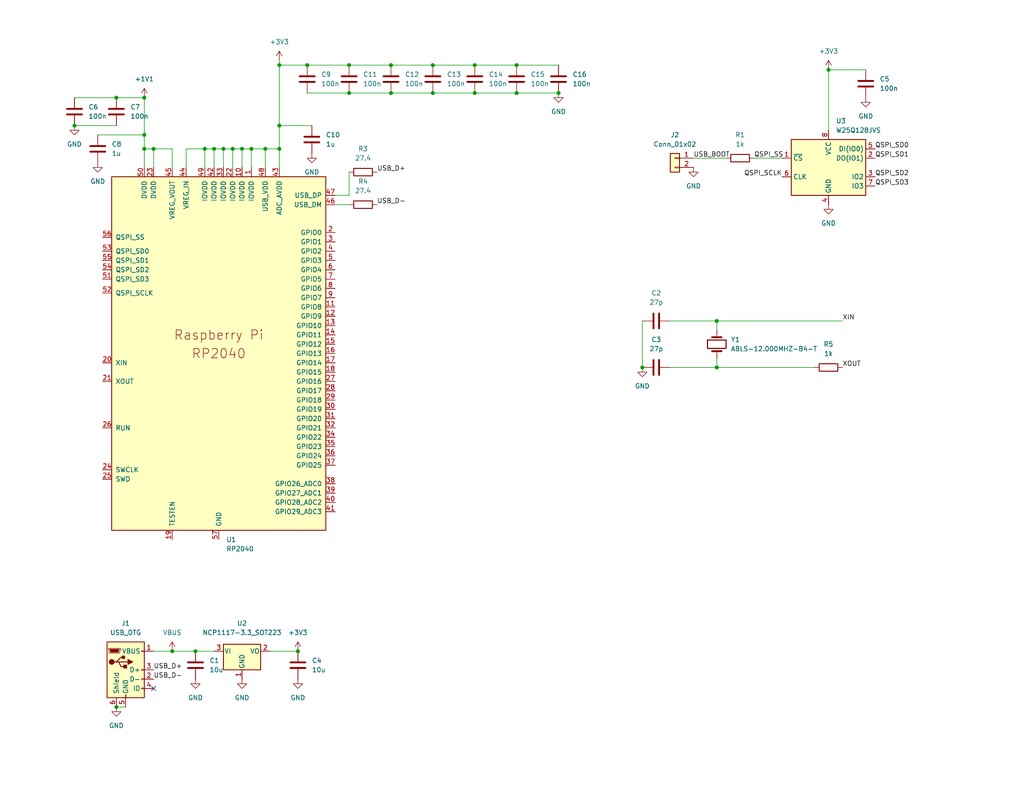
<source format=kicad_sch>
(kicad_sch (version 20211123) (generator eeschema)

  (uuid ee74a78b-421a-477a-9a2d-323d505f0005)

  (paper "A")

  (title_block
    (title "RP2040 Game Controller")
    (date "2022-01-31")
    (rev "0")
  )

  (lib_symbols
    (symbol "Connector:USB_OTG" (pin_names (offset 1.016)) (in_bom yes) (on_board yes)
      (property "Reference" "J" (id 0) (at -5.08 11.43 0)
        (effects (font (size 1.27 1.27)) (justify left))
      )
      (property "Value" "USB_OTG" (id 1) (at -5.08 8.89 0)
        (effects (font (size 1.27 1.27)) (justify left))
      )
      (property "Footprint" "" (id 2) (at 3.81 -1.27 0)
        (effects (font (size 1.27 1.27)) hide)
      )
      (property "Datasheet" " ~" (id 3) (at 3.81 -1.27 0)
        (effects (font (size 1.27 1.27)) hide)
      )
      (property "ki_keywords" "connector USB" (id 4) (at 0 0 0)
        (effects (font (size 1.27 1.27)) hide)
      )
      (property "ki_description" "USB mini/micro connector" (id 5) (at 0 0 0)
        (effects (font (size 1.27 1.27)) hide)
      )
      (property "ki_fp_filters" "USB*" (id 6) (at 0 0 0)
        (effects (font (size 1.27 1.27)) hide)
      )
      (symbol "USB_OTG_0_1"
        (rectangle (start -5.08 -7.62) (end 5.08 7.62)
          (stroke (width 0.254) (type default) (color 0 0 0 0))
          (fill (type background))
        )
        (circle (center -3.81 2.159) (radius 0.635)
          (stroke (width 0.254) (type default) (color 0 0 0 0))
          (fill (type outline))
        )
        (circle (center -0.635 3.429) (radius 0.381)
          (stroke (width 0.254) (type default) (color 0 0 0 0))
          (fill (type outline))
        )
        (rectangle (start -0.127 -7.62) (end 0.127 -6.858)
          (stroke (width 0) (type default) (color 0 0 0 0))
          (fill (type none))
        )
        (polyline
          (pts
            (xy -1.905 2.159)
            (xy 0.635 2.159)
          )
          (stroke (width 0.254) (type default) (color 0 0 0 0))
          (fill (type none))
        )
        (polyline
          (pts
            (xy -3.175 2.159)
            (xy -2.54 2.159)
            (xy -1.27 3.429)
            (xy -0.635 3.429)
          )
          (stroke (width 0.254) (type default) (color 0 0 0 0))
          (fill (type none))
        )
        (polyline
          (pts
            (xy -2.54 2.159)
            (xy -1.905 2.159)
            (xy -1.27 0.889)
            (xy 0 0.889)
          )
          (stroke (width 0.254) (type default) (color 0 0 0 0))
          (fill (type none))
        )
        (polyline
          (pts
            (xy 0.635 2.794)
            (xy 0.635 1.524)
            (xy 1.905 2.159)
            (xy 0.635 2.794)
          )
          (stroke (width 0.254) (type default) (color 0 0 0 0))
          (fill (type outline))
        )
        (polyline
          (pts
            (xy -4.318 5.588)
            (xy -1.778 5.588)
            (xy -2.032 4.826)
            (xy -4.064 4.826)
            (xy -4.318 5.588)
          )
          (stroke (width 0) (type default) (color 0 0 0 0))
          (fill (type outline))
        )
        (polyline
          (pts
            (xy -4.699 5.842)
            (xy -4.699 5.588)
            (xy -4.445 4.826)
            (xy -4.445 4.572)
            (xy -1.651 4.572)
            (xy -1.651 4.826)
            (xy -1.397 5.588)
            (xy -1.397 5.842)
            (xy -4.699 5.842)
          )
          (stroke (width 0) (type default) (color 0 0 0 0))
          (fill (type none))
        )
        (rectangle (start 0.254 1.27) (end -0.508 0.508)
          (stroke (width 0.254) (type default) (color 0 0 0 0))
          (fill (type outline))
        )
        (rectangle (start 5.08 -5.207) (end 4.318 -4.953)
          (stroke (width 0) (type default) (color 0 0 0 0))
          (fill (type none))
        )
        (rectangle (start 5.08 -2.667) (end 4.318 -2.413)
          (stroke (width 0) (type default) (color 0 0 0 0))
          (fill (type none))
        )
        (rectangle (start 5.08 -0.127) (end 4.318 0.127)
          (stroke (width 0) (type default) (color 0 0 0 0))
          (fill (type none))
        )
        (rectangle (start 5.08 4.953) (end 4.318 5.207)
          (stroke (width 0) (type default) (color 0 0 0 0))
          (fill (type none))
        )
      )
      (symbol "USB_OTG_1_1"
        (pin passive line (at 7.62 5.08 180) (length 2.54)
          (name "VBUS" (effects (font (size 1.27 1.27))))
          (number "1" (effects (font (size 1.27 1.27))))
        )
        (pin bidirectional line (at 7.62 -2.54 180) (length 2.54)
          (name "D-" (effects (font (size 1.27 1.27))))
          (number "2" (effects (font (size 1.27 1.27))))
        )
        (pin bidirectional line (at 7.62 0 180) (length 2.54)
          (name "D+" (effects (font (size 1.27 1.27))))
          (number "3" (effects (font (size 1.27 1.27))))
        )
        (pin passive line (at 7.62 -5.08 180) (length 2.54)
          (name "ID" (effects (font (size 1.27 1.27))))
          (number "4" (effects (font (size 1.27 1.27))))
        )
        (pin passive line (at 0 -10.16 90) (length 2.54)
          (name "GND" (effects (font (size 1.27 1.27))))
          (number "5" (effects (font (size 1.27 1.27))))
        )
        (pin passive line (at -2.54 -10.16 90) (length 2.54)
          (name "Shield" (effects (font (size 1.27 1.27))))
          (number "6" (effects (font (size 1.27 1.27))))
        )
      )
    )
    (symbol "Connector_Generic:Conn_01x02" (pin_names (offset 1.016) hide) (in_bom yes) (on_board yes)
      (property "Reference" "J" (id 0) (at 0 2.54 0)
        (effects (font (size 1.27 1.27)))
      )
      (property "Value" "Conn_01x02" (id 1) (at 0 -5.08 0)
        (effects (font (size 1.27 1.27)))
      )
      (property "Footprint" "" (id 2) (at 0 0 0)
        (effects (font (size 1.27 1.27)) hide)
      )
      (property "Datasheet" "~" (id 3) (at 0 0 0)
        (effects (font (size 1.27 1.27)) hide)
      )
      (property "ki_keywords" "connector" (id 4) (at 0 0 0)
        (effects (font (size 1.27 1.27)) hide)
      )
      (property "ki_description" "Generic connector, single row, 01x02, script generated (kicad-library-utils/schlib/autogen/connector/)" (id 5) (at 0 0 0)
        (effects (font (size 1.27 1.27)) hide)
      )
      (property "ki_fp_filters" "Connector*:*_1x??_*" (id 6) (at 0 0 0)
        (effects (font (size 1.27 1.27)) hide)
      )
      (symbol "Conn_01x02_1_1"
        (rectangle (start -1.27 -2.413) (end 0 -2.667)
          (stroke (width 0.1524) (type default) (color 0 0 0 0))
          (fill (type none))
        )
        (rectangle (start -1.27 0.127) (end 0 -0.127)
          (stroke (width 0.1524) (type default) (color 0 0 0 0))
          (fill (type none))
        )
        (rectangle (start -1.27 1.27) (end 1.27 -3.81)
          (stroke (width 0.254) (type default) (color 0 0 0 0))
          (fill (type background))
        )
        (pin passive line (at -5.08 0 0) (length 3.81)
          (name "Pin_1" (effects (font (size 1.27 1.27))))
          (number "1" (effects (font (size 1.27 1.27))))
        )
        (pin passive line (at -5.08 -2.54 0) (length 3.81)
          (name "Pin_2" (effects (font (size 1.27 1.27))))
          (number "2" (effects (font (size 1.27 1.27))))
        )
      )
    )
    (symbol "Device:C" (pin_numbers hide) (pin_names (offset 0.254)) (in_bom yes) (on_board yes)
      (property "Reference" "C" (id 0) (at 0.635 2.54 0)
        (effects (font (size 1.27 1.27)) (justify left))
      )
      (property "Value" "C" (id 1) (at 0.635 -2.54 0)
        (effects (font (size 1.27 1.27)) (justify left))
      )
      (property "Footprint" "" (id 2) (at 0.9652 -3.81 0)
        (effects (font (size 1.27 1.27)) hide)
      )
      (property "Datasheet" "~" (id 3) (at 0 0 0)
        (effects (font (size 1.27 1.27)) hide)
      )
      (property "ki_keywords" "cap capacitor" (id 4) (at 0 0 0)
        (effects (font (size 1.27 1.27)) hide)
      )
      (property "ki_description" "Unpolarized capacitor" (id 5) (at 0 0 0)
        (effects (font (size 1.27 1.27)) hide)
      )
      (property "ki_fp_filters" "C_*" (id 6) (at 0 0 0)
        (effects (font (size 1.27 1.27)) hide)
      )
      (symbol "C_0_1"
        (polyline
          (pts
            (xy -2.032 -0.762)
            (xy 2.032 -0.762)
          )
          (stroke (width 0.508) (type default) (color 0 0 0 0))
          (fill (type none))
        )
        (polyline
          (pts
            (xy -2.032 0.762)
            (xy 2.032 0.762)
          )
          (stroke (width 0.508) (type default) (color 0 0 0 0))
          (fill (type none))
        )
      )
      (symbol "C_1_1"
        (pin passive line (at 0 3.81 270) (length 2.794)
          (name "~" (effects (font (size 1.27 1.27))))
          (number "1" (effects (font (size 1.27 1.27))))
        )
        (pin passive line (at 0 -3.81 90) (length 2.794)
          (name "~" (effects (font (size 1.27 1.27))))
          (number "2" (effects (font (size 1.27 1.27))))
        )
      )
    )
    (symbol "Device:Crystal" (pin_numbers hide) (pin_names (offset 1.016) hide) (in_bom yes) (on_board yes)
      (property "Reference" "Y" (id 0) (at 0 3.81 0)
        (effects (font (size 1.27 1.27)))
      )
      (property "Value" "Crystal" (id 1) (at 0 -3.81 0)
        (effects (font (size 1.27 1.27)))
      )
      (property "Footprint" "" (id 2) (at 0 0 0)
        (effects (font (size 1.27 1.27)) hide)
      )
      (property "Datasheet" "~" (id 3) (at 0 0 0)
        (effects (font (size 1.27 1.27)) hide)
      )
      (property "ki_keywords" "quartz ceramic resonator oscillator" (id 4) (at 0 0 0)
        (effects (font (size 1.27 1.27)) hide)
      )
      (property "ki_description" "Two pin crystal" (id 5) (at 0 0 0)
        (effects (font (size 1.27 1.27)) hide)
      )
      (property "ki_fp_filters" "Crystal*" (id 6) (at 0 0 0)
        (effects (font (size 1.27 1.27)) hide)
      )
      (symbol "Crystal_0_1"
        (rectangle (start -1.143 2.54) (end 1.143 -2.54)
          (stroke (width 0.3048) (type default) (color 0 0 0 0))
          (fill (type none))
        )
        (polyline
          (pts
            (xy -2.54 0)
            (xy -1.905 0)
          )
          (stroke (width 0) (type default) (color 0 0 0 0))
          (fill (type none))
        )
        (polyline
          (pts
            (xy -1.905 -1.27)
            (xy -1.905 1.27)
          )
          (stroke (width 0.508) (type default) (color 0 0 0 0))
          (fill (type none))
        )
        (polyline
          (pts
            (xy 1.905 -1.27)
            (xy 1.905 1.27)
          )
          (stroke (width 0.508) (type default) (color 0 0 0 0))
          (fill (type none))
        )
        (polyline
          (pts
            (xy 2.54 0)
            (xy 1.905 0)
          )
          (stroke (width 0) (type default) (color 0 0 0 0))
          (fill (type none))
        )
      )
      (symbol "Crystal_1_1"
        (pin passive line (at -3.81 0 0) (length 1.27)
          (name "1" (effects (font (size 1.27 1.27))))
          (number "1" (effects (font (size 1.27 1.27))))
        )
        (pin passive line (at 3.81 0 180) (length 1.27)
          (name "2" (effects (font (size 1.27 1.27))))
          (number "2" (effects (font (size 1.27 1.27))))
        )
      )
    )
    (symbol "Device:R" (pin_numbers hide) (pin_names (offset 0)) (in_bom yes) (on_board yes)
      (property "Reference" "R" (id 0) (at 2.032 0 90)
        (effects (font (size 1.27 1.27)))
      )
      (property "Value" "R" (id 1) (at 0 0 90)
        (effects (font (size 1.27 1.27)))
      )
      (property "Footprint" "" (id 2) (at -1.778 0 90)
        (effects (font (size 1.27 1.27)) hide)
      )
      (property "Datasheet" "~" (id 3) (at 0 0 0)
        (effects (font (size 1.27 1.27)) hide)
      )
      (property "ki_keywords" "R res resistor" (id 4) (at 0 0 0)
        (effects (font (size 1.27 1.27)) hide)
      )
      (property "ki_description" "Resistor" (id 5) (at 0 0 0)
        (effects (font (size 1.27 1.27)) hide)
      )
      (property "ki_fp_filters" "R_*" (id 6) (at 0 0 0)
        (effects (font (size 1.27 1.27)) hide)
      )
      (symbol "R_0_1"
        (rectangle (start -1.016 -2.54) (end 1.016 2.54)
          (stroke (width 0.254) (type default) (color 0 0 0 0))
          (fill (type none))
        )
      )
      (symbol "R_1_1"
        (pin passive line (at 0 3.81 270) (length 1.27)
          (name "~" (effects (font (size 1.27 1.27))))
          (number "1" (effects (font (size 1.27 1.27))))
        )
        (pin passive line (at 0 -3.81 90) (length 1.27)
          (name "~" (effects (font (size 1.27 1.27))))
          (number "2" (effects (font (size 1.27 1.27))))
        )
      )
    )
    (symbol "MCU_RaspberryPi_and_Boards:RP2040" (pin_names (offset 1.016)) (in_bom yes) (on_board yes)
      (property "Reference" "U" (id 0) (at -29.21 49.53 0)
        (effects (font (size 1.27 1.27)))
      )
      (property "Value" "RP2040" (id 1) (at 24.13 -49.53 0)
        (effects (font (size 1.27 1.27)))
      )
      (property "Footprint" "RP2040_minimal:RP2040-QFN-56" (id 2) (at -19.05 0 0)
        (effects (font (size 1.27 1.27)) hide)
      )
      (property "Datasheet" "" (id 3) (at -19.05 0 0)
        (effects (font (size 1.27 1.27)) hide)
      )
      (symbol "RP2040_0_0"
        (text "Raspberry Pi" (at 0 5.08 0)
          (effects (font (size 2.54 2.54)))
        )
        (text "RP2040" (at 0 0 0)
          (effects (font (size 2.54 2.54)))
        )
      )
      (symbol "RP2040_0_1"
        (rectangle (start 29.21 48.26) (end -29.21 -48.26)
          (stroke (width 0.254) (type default) (color 0 0 0 0))
          (fill (type background))
        )
      )
      (symbol "RP2040_1_1"
        (pin power_in line (at 8.89 50.8 270) (length 2.54)
          (name "IOVDD" (effects (font (size 1.27 1.27))))
          (number "1" (effects (font (size 1.27 1.27))))
        )
        (pin power_in line (at 6.35 50.8 270) (length 2.54)
          (name "IOVDD" (effects (font (size 1.27 1.27))))
          (number "10" (effects (font (size 1.27 1.27))))
        )
        (pin bidirectional line (at 31.75 12.7 180) (length 2.54)
          (name "GPIO8" (effects (font (size 1.27 1.27))))
          (number "11" (effects (font (size 1.27 1.27))))
        )
        (pin bidirectional line (at 31.75 10.16 180) (length 2.54)
          (name "GPIO9" (effects (font (size 1.27 1.27))))
          (number "12" (effects (font (size 1.27 1.27))))
        )
        (pin bidirectional line (at 31.75 7.62 180) (length 2.54)
          (name "GPIO10" (effects (font (size 1.27 1.27))))
          (number "13" (effects (font (size 1.27 1.27))))
        )
        (pin bidirectional line (at 31.75 5.08 180) (length 2.54)
          (name "GPIO11" (effects (font (size 1.27 1.27))))
          (number "14" (effects (font (size 1.27 1.27))))
        )
        (pin bidirectional line (at 31.75 2.54 180) (length 2.54)
          (name "GPIO12" (effects (font (size 1.27 1.27))))
          (number "15" (effects (font (size 1.27 1.27))))
        )
        (pin bidirectional line (at 31.75 0 180) (length 2.54)
          (name "GPIO13" (effects (font (size 1.27 1.27))))
          (number "16" (effects (font (size 1.27 1.27))))
        )
        (pin bidirectional line (at 31.75 -2.54 180) (length 2.54)
          (name "GPIO14" (effects (font (size 1.27 1.27))))
          (number "17" (effects (font (size 1.27 1.27))))
        )
        (pin bidirectional line (at 31.75 -5.08 180) (length 2.54)
          (name "GPIO15" (effects (font (size 1.27 1.27))))
          (number "18" (effects (font (size 1.27 1.27))))
        )
        (pin passive line (at -12.7 -50.8 90) (length 2.54)
          (name "TESTEN" (effects (font (size 1.27 1.27))))
          (number "19" (effects (font (size 1.27 1.27))))
        )
        (pin bidirectional line (at 31.75 33.02 180) (length 2.54)
          (name "GPIO0" (effects (font (size 1.27 1.27))))
          (number "2" (effects (font (size 1.27 1.27))))
        )
        (pin input line (at -31.75 -2.54 0) (length 2.54)
          (name "XIN" (effects (font (size 1.27 1.27))))
          (number "20" (effects (font (size 1.27 1.27))))
        )
        (pin passive line (at -31.75 -7.62 0) (length 2.54)
          (name "XOUT" (effects (font (size 1.27 1.27))))
          (number "21" (effects (font (size 1.27 1.27))))
        )
        (pin power_in line (at 3.81 50.8 270) (length 2.54)
          (name "IOVDD" (effects (font (size 1.27 1.27))))
          (number "22" (effects (font (size 1.27 1.27))))
        )
        (pin power_in line (at -17.78 50.8 270) (length 2.54)
          (name "DVDD" (effects (font (size 1.27 1.27))))
          (number "23" (effects (font (size 1.27 1.27))))
        )
        (pin output line (at -31.75 -31.75 0) (length 2.54)
          (name "SWCLK" (effects (font (size 1.27 1.27))))
          (number "24" (effects (font (size 1.27 1.27))))
        )
        (pin bidirectional line (at -31.75 -34.29 0) (length 2.54)
          (name "SWD" (effects (font (size 1.27 1.27))))
          (number "25" (effects (font (size 1.27 1.27))))
        )
        (pin input line (at -31.75 -20.32 0) (length 2.54)
          (name "RUN" (effects (font (size 1.27 1.27))))
          (number "26" (effects (font (size 1.27 1.27))))
        )
        (pin bidirectional line (at 31.75 -7.62 180) (length 2.54)
          (name "GPIO16" (effects (font (size 1.27 1.27))))
          (number "27" (effects (font (size 1.27 1.27))))
        )
        (pin bidirectional line (at 31.75 -10.16 180) (length 2.54)
          (name "GPIO17" (effects (font (size 1.27 1.27))))
          (number "28" (effects (font (size 1.27 1.27))))
        )
        (pin bidirectional line (at 31.75 -12.7 180) (length 2.54)
          (name "GPIO18" (effects (font (size 1.27 1.27))))
          (number "29" (effects (font (size 1.27 1.27))))
        )
        (pin bidirectional line (at 31.75 30.48 180) (length 2.54)
          (name "GPIO1" (effects (font (size 1.27 1.27))))
          (number "3" (effects (font (size 1.27 1.27))))
        )
        (pin bidirectional line (at 31.75 -15.24 180) (length 2.54)
          (name "GPIO19" (effects (font (size 1.27 1.27))))
          (number "30" (effects (font (size 1.27 1.27))))
        )
        (pin bidirectional line (at 31.75 -17.78 180) (length 2.54)
          (name "GPIO20" (effects (font (size 1.27 1.27))))
          (number "31" (effects (font (size 1.27 1.27))))
        )
        (pin bidirectional line (at 31.75 -20.32 180) (length 2.54)
          (name "GPIO21" (effects (font (size 1.27 1.27))))
          (number "32" (effects (font (size 1.27 1.27))))
        )
        (pin power_in line (at 1.27 50.8 270) (length 2.54)
          (name "IOVDD" (effects (font (size 1.27 1.27))))
          (number "33" (effects (font (size 1.27 1.27))))
        )
        (pin bidirectional line (at 31.75 -22.86 180) (length 2.54)
          (name "GPIO22" (effects (font (size 1.27 1.27))))
          (number "34" (effects (font (size 1.27 1.27))))
        )
        (pin bidirectional line (at 31.75 -25.4 180) (length 2.54)
          (name "GPIO23" (effects (font (size 1.27 1.27))))
          (number "35" (effects (font (size 1.27 1.27))))
        )
        (pin bidirectional line (at 31.75 -27.94 180) (length 2.54)
          (name "GPIO24" (effects (font (size 1.27 1.27))))
          (number "36" (effects (font (size 1.27 1.27))))
        )
        (pin bidirectional line (at 31.75 -30.48 180) (length 2.54)
          (name "GPIO25" (effects (font (size 1.27 1.27))))
          (number "37" (effects (font (size 1.27 1.27))))
        )
        (pin bidirectional line (at 31.75 -35.56 180) (length 2.54)
          (name "GPIO26_ADC0" (effects (font (size 1.27 1.27))))
          (number "38" (effects (font (size 1.27 1.27))))
        )
        (pin bidirectional line (at 31.75 -38.1 180) (length 2.54)
          (name "GPIO27_ADC1" (effects (font (size 1.27 1.27))))
          (number "39" (effects (font (size 1.27 1.27))))
        )
        (pin bidirectional line (at 31.75 27.94 180) (length 2.54)
          (name "GPIO2" (effects (font (size 1.27 1.27))))
          (number "4" (effects (font (size 1.27 1.27))))
        )
        (pin bidirectional line (at 31.75 -40.64 180) (length 2.54)
          (name "GPIO28_ADC2" (effects (font (size 1.27 1.27))))
          (number "40" (effects (font (size 1.27 1.27))))
        )
        (pin bidirectional line (at 31.75 -43.18 180) (length 2.54)
          (name "GPIO29_ADC3" (effects (font (size 1.27 1.27))))
          (number "41" (effects (font (size 1.27 1.27))))
        )
        (pin power_in line (at -1.27 50.8 270) (length 2.54)
          (name "IOVDD" (effects (font (size 1.27 1.27))))
          (number "42" (effects (font (size 1.27 1.27))))
        )
        (pin power_in line (at 16.51 50.8 270) (length 2.54)
          (name "ADC_AVDD" (effects (font (size 1.27 1.27))))
          (number "43" (effects (font (size 1.27 1.27))))
        )
        (pin power_in line (at -8.89 50.8 270) (length 2.54)
          (name "VREG_IN" (effects (font (size 1.27 1.27))))
          (number "44" (effects (font (size 1.27 1.27))))
        )
        (pin power_out line (at -12.7 50.8 270) (length 2.54)
          (name "VREG_VOUT" (effects (font (size 1.27 1.27))))
          (number "45" (effects (font (size 1.27 1.27))))
        )
        (pin bidirectional line (at 31.75 40.64 180) (length 2.54)
          (name "USB_DM" (effects (font (size 1.27 1.27))))
          (number "46" (effects (font (size 1.27 1.27))))
        )
        (pin bidirectional line (at 31.75 43.18 180) (length 2.54)
          (name "USB_DP" (effects (font (size 1.27 1.27))))
          (number "47" (effects (font (size 1.27 1.27))))
        )
        (pin power_in line (at 12.7 50.8 270) (length 2.54)
          (name "USB_VDD" (effects (font (size 1.27 1.27))))
          (number "48" (effects (font (size 1.27 1.27))))
        )
        (pin power_in line (at -3.81 50.8 270) (length 2.54)
          (name "IOVDD" (effects (font (size 1.27 1.27))))
          (number "49" (effects (font (size 1.27 1.27))))
        )
        (pin bidirectional line (at 31.75 25.4 180) (length 2.54)
          (name "GPIO3" (effects (font (size 1.27 1.27))))
          (number "5" (effects (font (size 1.27 1.27))))
        )
        (pin power_in line (at -20.32 50.8 270) (length 2.54)
          (name "DVDD" (effects (font (size 1.27 1.27))))
          (number "50" (effects (font (size 1.27 1.27))))
        )
        (pin bidirectional line (at -31.75 20.32 0) (length 2.54)
          (name "QSPI_SD3" (effects (font (size 1.27 1.27))))
          (number "51" (effects (font (size 1.27 1.27))))
        )
        (pin output line (at -31.75 16.51 0) (length 2.54)
          (name "QSPI_SCLK" (effects (font (size 1.27 1.27))))
          (number "52" (effects (font (size 1.27 1.27))))
        )
        (pin bidirectional line (at -31.75 27.94 0) (length 2.54)
          (name "QSPI_SD0" (effects (font (size 1.27 1.27))))
          (number "53" (effects (font (size 1.27 1.27))))
        )
        (pin bidirectional line (at -31.75 22.86 0) (length 2.54)
          (name "QSPI_SD2" (effects (font (size 1.27 1.27))))
          (number "54" (effects (font (size 1.27 1.27))))
        )
        (pin bidirectional line (at -31.75 25.4 0) (length 2.54)
          (name "QSPI_SD1" (effects (font (size 1.27 1.27))))
          (number "55" (effects (font (size 1.27 1.27))))
        )
        (pin bidirectional line (at -31.75 31.75 0) (length 2.54)
          (name "QSPI_SS" (effects (font (size 1.27 1.27))))
          (number "56" (effects (font (size 1.27 1.27))))
        )
        (pin power_in line (at 0 -50.8 90) (length 2.54)
          (name "GND" (effects (font (size 1.27 1.27))))
          (number "57" (effects (font (size 1.27 1.27))))
        )
        (pin bidirectional line (at 31.75 22.86 180) (length 2.54)
          (name "GPIO4" (effects (font (size 1.27 1.27))))
          (number "6" (effects (font (size 1.27 1.27))))
        )
        (pin bidirectional line (at 31.75 20.32 180) (length 2.54)
          (name "GPIO5" (effects (font (size 1.27 1.27))))
          (number "7" (effects (font (size 1.27 1.27))))
        )
        (pin bidirectional line (at 31.75 17.78 180) (length 2.54)
          (name "GPIO6" (effects (font (size 1.27 1.27))))
          (number "8" (effects (font (size 1.27 1.27))))
        )
        (pin bidirectional line (at 31.75 15.24 180) (length 2.54)
          (name "GPIO7" (effects (font (size 1.27 1.27))))
          (number "9" (effects (font (size 1.27 1.27))))
        )
      )
    )
    (symbol "Memory_Flash:W25Q128JVS" (in_bom yes) (on_board yes)
      (property "Reference" "U" (id 0) (at -8.89 8.89 0)
        (effects (font (size 1.27 1.27)))
      )
      (property "Value" "W25Q128JVS" (id 1) (at 7.62 8.89 0)
        (effects (font (size 1.27 1.27)))
      )
      (property "Footprint" "Package_SO:SOIC-8_5.23x5.23mm_P1.27mm" (id 2) (at 0 0 0)
        (effects (font (size 1.27 1.27)) hide)
      )
      (property "Datasheet" "http://www.winbond.com/resource-files/w25q128jv_dtr%20revc%2003272018%20plus.pdf" (id 3) (at 0 0 0)
        (effects (font (size 1.27 1.27)) hide)
      )
      (property "ki_keywords" "flash memory SPI QPI DTR" (id 4) (at 0 0 0)
        (effects (font (size 1.27 1.27)) hide)
      )
      (property "ki_description" "128Mb Serial Flash Memory, Standard/Dual/Quad SPI, SOIC-8" (id 5) (at 0 0 0)
        (effects (font (size 1.27 1.27)) hide)
      )
      (property "ki_fp_filters" "SOIC*5.23x5.23mm*P1.27mm*" (id 6) (at 0 0 0)
        (effects (font (size 1.27 1.27)) hide)
      )
      (symbol "W25Q128JVS_0_1"
        (rectangle (start -10.16 7.62) (end 10.16 -7.62)
          (stroke (width 0.254) (type default) (color 0 0 0 0))
          (fill (type background))
        )
      )
      (symbol "W25Q128JVS_1_1"
        (pin input line (at -12.7 2.54 0) (length 2.54)
          (name "~{CS}" (effects (font (size 1.27 1.27))))
          (number "1" (effects (font (size 1.27 1.27))))
        )
        (pin bidirectional line (at 12.7 2.54 180) (length 2.54)
          (name "DO(IO1)" (effects (font (size 1.27 1.27))))
          (number "2" (effects (font (size 1.27 1.27))))
        )
        (pin bidirectional line (at 12.7 -2.54 180) (length 2.54)
          (name "IO2" (effects (font (size 1.27 1.27))))
          (number "3" (effects (font (size 1.27 1.27))))
        )
        (pin power_in line (at 0 -10.16 90) (length 2.54)
          (name "GND" (effects (font (size 1.27 1.27))))
          (number "4" (effects (font (size 1.27 1.27))))
        )
        (pin bidirectional line (at 12.7 5.08 180) (length 2.54)
          (name "DI(IO0)" (effects (font (size 1.27 1.27))))
          (number "5" (effects (font (size 1.27 1.27))))
        )
        (pin input line (at -12.7 -2.54 0) (length 2.54)
          (name "CLK" (effects (font (size 1.27 1.27))))
          (number "6" (effects (font (size 1.27 1.27))))
        )
        (pin bidirectional line (at 12.7 -5.08 180) (length 2.54)
          (name "IO3" (effects (font (size 1.27 1.27))))
          (number "7" (effects (font (size 1.27 1.27))))
        )
        (pin power_in line (at 0 10.16 270) (length 2.54)
          (name "VCC" (effects (font (size 1.27 1.27))))
          (number "8" (effects (font (size 1.27 1.27))))
        )
      )
    )
    (symbol "Regulator_Linear:NCP1117-3.3_SOT223" (pin_names (offset 0.254)) (in_bom yes) (on_board yes)
      (property "Reference" "U" (id 0) (at -3.81 3.175 0)
        (effects (font (size 1.27 1.27)))
      )
      (property "Value" "NCP1117-3.3_SOT223" (id 1) (at 0 3.175 0)
        (effects (font (size 1.27 1.27)) (justify left))
      )
      (property "Footprint" "Package_TO_SOT_SMD:SOT-223-3_TabPin2" (id 2) (at 0 5.08 0)
        (effects (font (size 1.27 1.27)) hide)
      )
      (property "Datasheet" "http://www.onsemi.com/pub_link/Collateral/NCP1117-D.PDF" (id 3) (at 2.54 -6.35 0)
        (effects (font (size 1.27 1.27)) hide)
      )
      (property "ki_keywords" "REGULATOR LDO 3.3V" (id 4) (at 0 0 0)
        (effects (font (size 1.27 1.27)) hide)
      )
      (property "ki_description" "1A Low drop-out regulator, Fixed Output 3.3V, SOT-223" (id 5) (at 0 0 0)
        (effects (font (size 1.27 1.27)) hide)
      )
      (property "ki_fp_filters" "SOT?223*TabPin2*" (id 6) (at 0 0 0)
        (effects (font (size 1.27 1.27)) hide)
      )
      (symbol "NCP1117-3.3_SOT223_0_1"
        (rectangle (start -5.08 -5.08) (end 5.08 1.905)
          (stroke (width 0.254) (type default) (color 0 0 0 0))
          (fill (type background))
        )
      )
      (symbol "NCP1117-3.3_SOT223_1_1"
        (pin power_in line (at 0 -7.62 90) (length 2.54)
          (name "GND" (effects (font (size 1.27 1.27))))
          (number "1" (effects (font (size 1.27 1.27))))
        )
        (pin power_out line (at 7.62 0 180) (length 2.54)
          (name "VO" (effects (font (size 1.27 1.27))))
          (number "2" (effects (font (size 1.27 1.27))))
        )
        (pin power_in line (at -7.62 0 0) (length 2.54)
          (name "VI" (effects (font (size 1.27 1.27))))
          (number "3" (effects (font (size 1.27 1.27))))
        )
      )
    )
    (symbol "power:+1V1" (power) (pin_names (offset 0)) (in_bom yes) (on_board yes)
      (property "Reference" "#PWR" (id 0) (at 0 -3.81 0)
        (effects (font (size 1.27 1.27)) hide)
      )
      (property "Value" "+1V1" (id 1) (at 0 3.556 0)
        (effects (font (size 1.27 1.27)))
      )
      (property "Footprint" "" (id 2) (at 0 0 0)
        (effects (font (size 1.27 1.27)) hide)
      )
      (property "Datasheet" "" (id 3) (at 0 0 0)
        (effects (font (size 1.27 1.27)) hide)
      )
      (property "ki_keywords" "power-flag" (id 4) (at 0 0 0)
        (effects (font (size 1.27 1.27)) hide)
      )
      (property "ki_description" "Power symbol creates a global label with name \"+1V1\"" (id 5) (at 0 0 0)
        (effects (font (size 1.27 1.27)) hide)
      )
      (symbol "+1V1_0_1"
        (polyline
          (pts
            (xy -0.762 1.27)
            (xy 0 2.54)
          )
          (stroke (width 0) (type default) (color 0 0 0 0))
          (fill (type none))
        )
        (polyline
          (pts
            (xy 0 0)
            (xy 0 2.54)
          )
          (stroke (width 0) (type default) (color 0 0 0 0))
          (fill (type none))
        )
        (polyline
          (pts
            (xy 0 2.54)
            (xy 0.762 1.27)
          )
          (stroke (width 0) (type default) (color 0 0 0 0))
          (fill (type none))
        )
      )
      (symbol "+1V1_1_1"
        (pin power_in line (at 0 0 90) (length 0) hide
          (name "+1V1" (effects (font (size 1.27 1.27))))
          (number "1" (effects (font (size 1.27 1.27))))
        )
      )
    )
    (symbol "power:+3.3V" (power) (pin_names (offset 0)) (in_bom yes) (on_board yes)
      (property "Reference" "#PWR" (id 0) (at 0 -3.81 0)
        (effects (font (size 1.27 1.27)) hide)
      )
      (property "Value" "+3.3V" (id 1) (at 0 3.556 0)
        (effects (font (size 1.27 1.27)))
      )
      (property "Footprint" "" (id 2) (at 0 0 0)
        (effects (font (size 1.27 1.27)) hide)
      )
      (property "Datasheet" "" (id 3) (at 0 0 0)
        (effects (font (size 1.27 1.27)) hide)
      )
      (property "ki_keywords" "power-flag" (id 4) (at 0 0 0)
        (effects (font (size 1.27 1.27)) hide)
      )
      (property "ki_description" "Power symbol creates a global label with name \"+3.3V\"" (id 5) (at 0 0 0)
        (effects (font (size 1.27 1.27)) hide)
      )
      (symbol "+3.3V_0_1"
        (polyline
          (pts
            (xy -0.762 1.27)
            (xy 0 2.54)
          )
          (stroke (width 0) (type default) (color 0 0 0 0))
          (fill (type none))
        )
        (polyline
          (pts
            (xy 0 0)
            (xy 0 2.54)
          )
          (stroke (width 0) (type default) (color 0 0 0 0))
          (fill (type none))
        )
        (polyline
          (pts
            (xy 0 2.54)
            (xy 0.762 1.27)
          )
          (stroke (width 0) (type default) (color 0 0 0 0))
          (fill (type none))
        )
      )
      (symbol "+3.3V_1_1"
        (pin power_in line (at 0 0 90) (length 0) hide
          (name "+3V3" (effects (font (size 1.27 1.27))))
          (number "1" (effects (font (size 1.27 1.27))))
        )
      )
    )
    (symbol "power:GND" (power) (pin_names (offset 0)) (in_bom yes) (on_board yes)
      (property "Reference" "#PWR" (id 0) (at 0 -6.35 0)
        (effects (font (size 1.27 1.27)) hide)
      )
      (property "Value" "GND" (id 1) (at 0 -3.81 0)
        (effects (font (size 1.27 1.27)))
      )
      (property "Footprint" "" (id 2) (at 0 0 0)
        (effects (font (size 1.27 1.27)) hide)
      )
      (property "Datasheet" "" (id 3) (at 0 0 0)
        (effects (font (size 1.27 1.27)) hide)
      )
      (property "ki_keywords" "power-flag" (id 4) (at 0 0 0)
        (effects (font (size 1.27 1.27)) hide)
      )
      (property "ki_description" "Power symbol creates a global label with name \"GND\" , ground" (id 5) (at 0 0 0)
        (effects (font (size 1.27 1.27)) hide)
      )
      (symbol "GND_0_1"
        (polyline
          (pts
            (xy 0 0)
            (xy 0 -1.27)
            (xy 1.27 -1.27)
            (xy 0 -2.54)
            (xy -1.27 -1.27)
            (xy 0 -1.27)
          )
          (stroke (width 0) (type default) (color 0 0 0 0))
          (fill (type none))
        )
      )
      (symbol "GND_1_1"
        (pin power_in line (at 0 0 270) (length 0) hide
          (name "GND" (effects (font (size 1.27 1.27))))
          (number "1" (effects (font (size 1.27 1.27))))
        )
      )
    )
    (symbol "power:VBUS" (power) (pin_names (offset 0)) (in_bom yes) (on_board yes)
      (property "Reference" "#PWR" (id 0) (at 0 -3.81 0)
        (effects (font (size 1.27 1.27)) hide)
      )
      (property "Value" "VBUS" (id 1) (at 0 3.81 0)
        (effects (font (size 1.27 1.27)))
      )
      (property "Footprint" "" (id 2) (at 0 0 0)
        (effects (font (size 1.27 1.27)) hide)
      )
      (property "Datasheet" "" (id 3) (at 0 0 0)
        (effects (font (size 1.27 1.27)) hide)
      )
      (property "ki_keywords" "power-flag" (id 4) (at 0 0 0)
        (effects (font (size 1.27 1.27)) hide)
      )
      (property "ki_description" "Power symbol creates a global label with name \"VBUS\"" (id 5) (at 0 0 0)
        (effects (font (size 1.27 1.27)) hide)
      )
      (symbol "VBUS_0_1"
        (polyline
          (pts
            (xy -0.762 1.27)
            (xy 0 2.54)
          )
          (stroke (width 0) (type default) (color 0 0 0 0))
          (fill (type none))
        )
        (polyline
          (pts
            (xy 0 0)
            (xy 0 2.54)
          )
          (stroke (width 0) (type default) (color 0 0 0 0))
          (fill (type none))
        )
        (polyline
          (pts
            (xy 0 2.54)
            (xy 0.762 1.27)
          )
          (stroke (width 0) (type default) (color 0 0 0 0))
          (fill (type none))
        )
      )
      (symbol "VBUS_1_1"
        (pin power_in line (at 0 0 90) (length 0) hide
          (name "VBUS" (effects (font (size 1.27 1.27))))
          (number "1" (effects (font (size 1.27 1.27))))
        )
      )
    )
  )

  (junction (at 106.68 17.78) (diameter 0) (color 0 0 0 0)
    (uuid 01df399b-9c58-4747-9650-74cd5e8cb71c)
  )
  (junction (at 83.82 17.78) (diameter 0) (color 0 0 0 0)
    (uuid 05166148-1143-4cfe-b325-1557e0f2f459)
  )
  (junction (at 81.28 177.8) (diameter 0) (color 0 0 0 0)
    (uuid 0f26525d-6ebd-4ccb-9933-e7e978c818cb)
  )
  (junction (at 129.54 17.78) (diameter 0) (color 0 0 0 0)
    (uuid 100a6816-add6-45e1-ab37-9effa20ebcd3)
  )
  (junction (at 53.34 177.8) (diameter 0) (color 0 0 0 0)
    (uuid 19e406d4-b1e1-4358-942f-eb99fe1ff36f)
  )
  (junction (at 63.5 40.64) (diameter 0) (color 0 0 0 0)
    (uuid 1aa56115-4158-445f-afb5-32a4809b8e2e)
  )
  (junction (at 60.96 40.64) (diameter 0) (color 0 0 0 0)
    (uuid 1c8b1da3-a12b-4991-a3b7-4ae425af393a)
  )
  (junction (at 72.39 40.64) (diameter 0) (color 0 0 0 0)
    (uuid 1f80f453-c407-4dd5-855e-119d7f9bbee4)
  )
  (junction (at 175.26 100.33) (diameter 0) (color 0 0 0 0)
    (uuid 250b1628-3e5f-441c-9e1b-dec91b1d063e)
  )
  (junction (at 95.25 25.4) (diameter 0) (color 0 0 0 0)
    (uuid 27b1cc0d-39ab-4b28-8c75-ec8da53ea44f)
  )
  (junction (at 39.37 26.67) (diameter 0) (color 0 0 0 0)
    (uuid 2b4ba565-cad0-4ca3-b548-97ef790a8070)
  )
  (junction (at 31.75 26.67) (diameter 0) (color 0 0 0 0)
    (uuid 311ad3c1-2492-4925-a06d-42bbd6eef304)
  )
  (junction (at 76.2 40.64) (diameter 0) (color 0 0 0 0)
    (uuid 405d33d1-5595-4fb0-ac7e-9e40c33df42d)
  )
  (junction (at 58.42 40.64) (diameter 0) (color 0 0 0 0)
    (uuid 4abb96a8-baea-45b2-8c06-d68576b81709)
  )
  (junction (at 76.2 34.29) (diameter 0) (color 0 0 0 0)
    (uuid 4ee489f6-a563-42ee-b923-1e81e61d22f0)
  )
  (junction (at 39.37 36.83) (diameter 0) (color 0 0 0 0)
    (uuid 5094786e-7494-4f17-be1f-d4882a8064cc)
  )
  (junction (at 20.32 34.29) (diameter 0) (color 0 0 0 0)
    (uuid 512df4ad-da4b-4202-bae1-440394ab1645)
  )
  (junction (at 118.11 25.4) (diameter 0) (color 0 0 0 0)
    (uuid 6368a0f9-91c9-4c94-8dfe-59097939fc56)
  )
  (junction (at 76.2 17.78) (diameter 0) (color 0 0 0 0)
    (uuid 643353e9-0292-4447-a163-30a76ac77bd4)
  )
  (junction (at 226.06 19.05) (diameter 0) (color 0 0 0 0)
    (uuid 660242c9-b49b-4ab4-85a1-85a7d9025978)
  )
  (junction (at 195.58 87.63) (diameter 0) (color 0 0 0 0)
    (uuid 74c4800d-4b46-4e19-9e1d-b428521b44b9)
  )
  (junction (at 66.04 40.64) (diameter 0) (color 0 0 0 0)
    (uuid 82b04f08-fb19-4554-8cc4-ec48f76fb031)
  )
  (junction (at 129.54 25.4) (diameter 0) (color 0 0 0 0)
    (uuid 82d6dfcd-a6d5-4d25-a8a1-7fbd84fb197e)
  )
  (junction (at 195.58 100.33) (diameter 0) (color 0 0 0 0)
    (uuid 9140110c-e672-4c6d-98ab-97dd595bf0a0)
  )
  (junction (at 39.37 40.64) (diameter 0) (color 0 0 0 0)
    (uuid a21bb0d8-3851-4f18-bbd8-da9d1ce312f8)
  )
  (junction (at 140.97 17.78) (diameter 0) (color 0 0 0 0)
    (uuid a82686cd-5768-4f6d-b852-546ac24bbc62)
  )
  (junction (at 118.11 17.78) (diameter 0) (color 0 0 0 0)
    (uuid bac6169f-2b76-4168-82a3-470f0990e315)
  )
  (junction (at 106.68 25.4) (diameter 0) (color 0 0 0 0)
    (uuid bd197e16-b6c9-496f-a0c1-39d8e2002fb0)
  )
  (junction (at 41.91 40.64) (diameter 0) (color 0 0 0 0)
    (uuid c4ea7783-529f-4025-a113-6be4571fa1e1)
  )
  (junction (at 95.25 17.78) (diameter 0) (color 0 0 0 0)
    (uuid c5a8db74-b85e-4122-9c14-fa818ab912a0)
  )
  (junction (at 55.88 40.64) (diameter 0) (color 0 0 0 0)
    (uuid cef391e2-104e-4a02-ae8c-35f77d6f6528)
  )
  (junction (at 46.99 177.8) (diameter 0) (color 0 0 0 0)
    (uuid d0f18950-e835-4ca3-bf42-b252f2d02fa7)
  )
  (junction (at 31.75 193.04) (diameter 0) (color 0 0 0 0)
    (uuid dc3dc4e5-2696-4b93-b8e3-31f8bf6d65a1)
  )
  (junction (at 152.4 25.4) (diameter 0) (color 0 0 0 0)
    (uuid dc8d4dca-030b-45ad-8e53-890ce88a6e7d)
  )
  (junction (at 68.58 40.64) (diameter 0) (color 0 0 0 0)
    (uuid e4269a5e-96d1-4f58-95ba-5208a4780718)
  )
  (junction (at 140.97 25.4) (diameter 0) (color 0 0 0 0)
    (uuid f9db4a91-1189-4553-a302-e147d65d8a3d)
  )

  (no_connect (at 41.91 187.96) (uuid cfa7ecda-c0b3-417f-9ff3-018993f14fd1))

  (wire (pts (xy 195.58 90.17) (xy 195.58 87.63))
    (stroke (width 0) (type default) (color 0 0 0 0))
    (uuid 06b2ac40-602b-4173-a547-447f0f3929f9)
  )
  (wire (pts (xy 66.04 40.64) (xy 66.04 45.72))
    (stroke (width 0) (type default) (color 0 0 0 0))
    (uuid 0b016339-78f9-4904-b824-db4cf074379e)
  )
  (wire (pts (xy 129.54 17.78) (xy 140.97 17.78))
    (stroke (width 0) (type default) (color 0 0 0 0))
    (uuid 0b81d82e-8a54-4406-ad4a-b997ba79f2c7)
  )
  (wire (pts (xy 195.58 100.33) (xy 222.25 100.33))
    (stroke (width 0) (type default) (color 0 0 0 0))
    (uuid 132b9d29-514e-4bcb-9704-58af6ef66ac0)
  )
  (wire (pts (xy 72.39 40.64) (xy 72.39 45.72))
    (stroke (width 0) (type default) (color 0 0 0 0))
    (uuid 1cd74334-19fc-42b4-b221-afe276779b9c)
  )
  (wire (pts (xy 39.37 40.64) (xy 39.37 45.72))
    (stroke (width 0) (type default) (color 0 0 0 0))
    (uuid 21e1007d-839f-4baa-800a-27a77190180d)
  )
  (wire (pts (xy 76.2 16.51) (xy 76.2 17.78))
    (stroke (width 0) (type default) (color 0 0 0 0))
    (uuid 28b0fea2-5b6b-4d0c-8776-727dcc103723)
  )
  (wire (pts (xy 60.96 40.64) (xy 60.96 45.72))
    (stroke (width 0) (type default) (color 0 0 0 0))
    (uuid 29225091-dd49-4f6b-8d85-8a8d34fe552b)
  )
  (wire (pts (xy 46.99 177.8) (xy 41.91 177.8))
    (stroke (width 0) (type default) (color 0 0 0 0))
    (uuid 31400c2f-80ec-4674-add3-737183aedd36)
  )
  (wire (pts (xy 226.06 19.05) (xy 236.22 19.05))
    (stroke (width 0) (type default) (color 0 0 0 0))
    (uuid 34a1429a-c87e-40fa-9dcc-ce12b8ffca09)
  )
  (wire (pts (xy 50.8 45.72) (xy 50.8 40.64))
    (stroke (width 0) (type default) (color 0 0 0 0))
    (uuid 39251166-b7fa-4186-81e7-97025794a982)
  )
  (wire (pts (xy 73.66 177.8) (xy 81.28 177.8))
    (stroke (width 0) (type default) (color 0 0 0 0))
    (uuid 3c6d48be-f6ab-48d6-bba1-cab3f5723fa4)
  )
  (wire (pts (xy 118.11 25.4) (xy 129.54 25.4))
    (stroke (width 0) (type default) (color 0 0 0 0))
    (uuid 438e2e23-a674-4010-a149-9c2d287844ca)
  )
  (wire (pts (xy 95.25 17.78) (xy 106.68 17.78))
    (stroke (width 0) (type default) (color 0 0 0 0))
    (uuid 43bb5fa0-6cc2-4253-bf98-b5c2a8506df2)
  )
  (wire (pts (xy 91.44 53.34) (xy 95.25 53.34))
    (stroke (width 0) (type default) (color 0 0 0 0))
    (uuid 44dfe87a-6a58-44be-95bd-a486275171d7)
  )
  (wire (pts (xy 58.42 40.64) (xy 58.42 45.72))
    (stroke (width 0) (type default) (color 0 0 0 0))
    (uuid 45ffa00c-6902-4fc2-b0d3-64758fbc5761)
  )
  (wire (pts (xy 129.54 25.4) (xy 140.97 25.4))
    (stroke (width 0) (type default) (color 0 0 0 0))
    (uuid 48123941-e7e5-4e2c-93ab-fce408587e72)
  )
  (wire (pts (xy 140.97 25.4) (xy 152.4 25.4))
    (stroke (width 0) (type default) (color 0 0 0 0))
    (uuid 532024c1-7b81-4967-ba11-e07873d6c397)
  )
  (wire (pts (xy 76.2 17.78) (xy 83.82 17.78))
    (stroke (width 0) (type default) (color 0 0 0 0))
    (uuid 53532101-2c2f-40bc-9423-5248d99209e8)
  )
  (wire (pts (xy 63.5 40.64) (xy 63.5 45.72))
    (stroke (width 0) (type default) (color 0 0 0 0))
    (uuid 54818b3f-05fe-49bc-8abe-859f44a021e9)
  )
  (wire (pts (xy 95.25 53.34) (xy 95.25 46.99))
    (stroke (width 0) (type default) (color 0 0 0 0))
    (uuid 5f2c0356-50d2-46f4-9333-56e214e596c5)
  )
  (wire (pts (xy 31.75 193.04) (xy 34.29 193.04))
    (stroke (width 0) (type default) (color 0 0 0 0))
    (uuid 67e9bcfe-60c3-4abf-80f7-dbc198c25f43)
  )
  (wire (pts (xy 106.68 17.78) (xy 118.11 17.78))
    (stroke (width 0) (type default) (color 0 0 0 0))
    (uuid 6914323f-c279-4828-833e-b0c40bd1705e)
  )
  (wire (pts (xy 76.2 17.78) (xy 76.2 34.29))
    (stroke (width 0) (type default) (color 0 0 0 0))
    (uuid 71fae018-bd93-40d9-abd0-0f444e6aa6e5)
  )
  (wire (pts (xy 195.58 97.79) (xy 195.58 100.33))
    (stroke (width 0) (type default) (color 0 0 0 0))
    (uuid 73cfad7b-0712-473c-887e-91206434440d)
  )
  (wire (pts (xy 46.99 177.8) (xy 53.34 177.8))
    (stroke (width 0) (type default) (color 0 0 0 0))
    (uuid 7bc819bc-be13-41a7-8bc6-becdf49034b3)
  )
  (wire (pts (xy 63.5 40.64) (xy 66.04 40.64))
    (stroke (width 0) (type default) (color 0 0 0 0))
    (uuid 7c35c82a-00e7-41f4-826d-9bf5ca5394dc)
  )
  (wire (pts (xy 83.82 25.4) (xy 95.25 25.4))
    (stroke (width 0) (type default) (color 0 0 0 0))
    (uuid 7cb29902-406e-4ea3-a781-47b8ab7f87c4)
  )
  (wire (pts (xy 195.58 87.63) (xy 229.87 87.63))
    (stroke (width 0) (type default) (color 0 0 0 0))
    (uuid 7e99f36f-e19b-4537-b517-0b3bbfc74d1c)
  )
  (wire (pts (xy 41.91 40.64) (xy 39.37 40.64))
    (stroke (width 0) (type default) (color 0 0 0 0))
    (uuid 7ef1df3a-a529-4ea2-bd03-684e8ef7d61d)
  )
  (wire (pts (xy 55.88 40.64) (xy 58.42 40.64))
    (stroke (width 0) (type default) (color 0 0 0 0))
    (uuid 81ced3ae-b541-4fe9-8942-f85f4dab643a)
  )
  (wire (pts (xy 72.39 40.64) (xy 76.2 40.64))
    (stroke (width 0) (type default) (color 0 0 0 0))
    (uuid 85d33056-7a71-4d64-964d-b07847bdaa1b)
  )
  (wire (pts (xy 175.26 87.63) (xy 175.26 100.33))
    (stroke (width 0) (type default) (color 0 0 0 0))
    (uuid 8f852abb-ac65-43e5-b4cc-897f150ada01)
  )
  (wire (pts (xy 20.32 26.67) (xy 31.75 26.67))
    (stroke (width 0) (type default) (color 0 0 0 0))
    (uuid 9695a763-c199-49bc-88fc-9482b8bfc0b8)
  )
  (wire (pts (xy 118.11 17.78) (xy 129.54 17.78))
    (stroke (width 0) (type default) (color 0 0 0 0))
    (uuid 9ff21555-e0bc-4fc7-b80e-57f990f19ecd)
  )
  (wire (pts (xy 26.67 36.83) (xy 39.37 36.83))
    (stroke (width 0) (type default) (color 0 0 0 0))
    (uuid a022ace5-cf75-4758-adc1-26871f251a0d)
  )
  (wire (pts (xy 68.58 40.64) (xy 68.58 45.72))
    (stroke (width 0) (type default) (color 0 0 0 0))
    (uuid a25d1a10-11a9-4e75-bf53-e6126ed0a195)
  )
  (wire (pts (xy 195.58 87.63) (xy 182.88 87.63))
    (stroke (width 0) (type default) (color 0 0 0 0))
    (uuid a41cbf4c-4e81-468d-8fa7-dc58f90b46bf)
  )
  (wire (pts (xy 20.32 34.29) (xy 31.75 34.29))
    (stroke (width 0) (type default) (color 0 0 0 0))
    (uuid a494ec41-15c4-447a-a2e9-f8cc970e16e3)
  )
  (wire (pts (xy 55.88 40.64) (xy 55.88 45.72))
    (stroke (width 0) (type default) (color 0 0 0 0))
    (uuid a646ee86-7cd5-49d3-8fe4-8f311d193af8)
  )
  (wire (pts (xy 39.37 36.83) (xy 39.37 40.64))
    (stroke (width 0) (type default) (color 0 0 0 0))
    (uuid abfb824f-d7a4-46a5-94a0-2b93a3de51ab)
  )
  (wire (pts (xy 106.68 25.4) (xy 118.11 25.4))
    (stroke (width 0) (type default) (color 0 0 0 0))
    (uuid b29724ec-7d29-4bf8-9665-ed0ff681caef)
  )
  (wire (pts (xy 189.23 43.18) (xy 198.12 43.18))
    (stroke (width 0) (type default) (color 0 0 0 0))
    (uuid b670d2cd-2c10-4bb9-af2b-1f24f7467020)
  )
  (wire (pts (xy 50.8 40.64) (xy 55.88 40.64))
    (stroke (width 0) (type default) (color 0 0 0 0))
    (uuid ba266738-1cc0-4f01-94e1-64c02cf2c93b)
  )
  (wire (pts (xy 68.58 40.64) (xy 72.39 40.64))
    (stroke (width 0) (type default) (color 0 0 0 0))
    (uuid bbbc6544-4584-4a92-b445-a3ca2240a723)
  )
  (wire (pts (xy 66.04 40.64) (xy 68.58 40.64))
    (stroke (width 0) (type default) (color 0 0 0 0))
    (uuid bbd11b85-e7ac-4323-ba57-6b070b55d666)
  )
  (wire (pts (xy 60.96 40.64) (xy 63.5 40.64))
    (stroke (width 0) (type default) (color 0 0 0 0))
    (uuid bc91b39a-196f-408e-8cd8-ba4074f164da)
  )
  (wire (pts (xy 31.75 26.67) (xy 39.37 26.67))
    (stroke (width 0) (type default) (color 0 0 0 0))
    (uuid bff5f6b1-5849-4d7e-a601-2c6bd047549a)
  )
  (wire (pts (xy 83.82 17.78) (xy 95.25 17.78))
    (stroke (width 0) (type default) (color 0 0 0 0))
    (uuid c529814d-7c38-45ce-863e-11113717e770)
  )
  (wire (pts (xy 95.25 25.4) (xy 106.68 25.4))
    (stroke (width 0) (type default) (color 0 0 0 0))
    (uuid c618727f-396d-43ad-a21d-381299f858a6)
  )
  (wire (pts (xy 205.74 43.18) (xy 213.36 43.18))
    (stroke (width 0) (type default) (color 0 0 0 0))
    (uuid cf82b937-1f1e-4a53-a57b-62b82710f595)
  )
  (wire (pts (xy 195.58 100.33) (xy 182.88 100.33))
    (stroke (width 0) (type default) (color 0 0 0 0))
    (uuid d14deff8-3195-487c-a7bc-1e3e75e29d08)
  )
  (wire (pts (xy 58.42 40.64) (xy 60.96 40.64))
    (stroke (width 0) (type default) (color 0 0 0 0))
    (uuid d5c9096b-fb4e-4e5c-9a29-6ff892be45ba)
  )
  (wire (pts (xy 76.2 40.64) (xy 76.2 45.72))
    (stroke (width 0) (type default) (color 0 0 0 0))
    (uuid db0f66cc-8a47-4969-b761-b13a60d51a74)
  )
  (wire (pts (xy 140.97 17.78) (xy 152.4 17.78))
    (stroke (width 0) (type default) (color 0 0 0 0))
    (uuid dc95e334-72da-4567-b875-efa85dec7bde)
  )
  (wire (pts (xy 53.34 177.8) (xy 58.42 177.8))
    (stroke (width 0) (type default) (color 0 0 0 0))
    (uuid dc966317-6254-4f62-8674-240f5d12df71)
  )
  (wire (pts (xy 46.99 40.64) (xy 41.91 40.64))
    (stroke (width 0) (type default) (color 0 0 0 0))
    (uuid eba1db89-2100-49a4-bb39-1781fe41ccff)
  )
  (wire (pts (xy 76.2 34.29) (xy 76.2 40.64))
    (stroke (width 0) (type default) (color 0 0 0 0))
    (uuid ef5f184d-3f94-4092-99f1-12eb9a19dffe)
  )
  (wire (pts (xy 39.37 26.67) (xy 39.37 36.83))
    (stroke (width 0) (type default) (color 0 0 0 0))
    (uuid f14c7eea-5894-47ff-a05f-d59ad2d15b6b)
  )
  (wire (pts (xy 226.06 19.05) (xy 226.06 35.56))
    (stroke (width 0) (type default) (color 0 0 0 0))
    (uuid f327fb89-104d-4647-b980-1f3170029c09)
  )
  (wire (pts (xy 41.91 45.72) (xy 41.91 40.64))
    (stroke (width 0) (type default) (color 0 0 0 0))
    (uuid f5f981d2-5dfa-4e0e-aa4c-abfe166f5b2d)
  )
  (wire (pts (xy 46.99 45.72) (xy 46.99 40.64))
    (stroke (width 0) (type default) (color 0 0 0 0))
    (uuid f93082f3-9cd9-4c43-a3e7-682a4f1b64fc)
  )
  (wire (pts (xy 91.44 55.88) (xy 95.25 55.88))
    (stroke (width 0) (type default) (color 0 0 0 0))
    (uuid fe30aafe-34e7-4276-8667-772faf0d33ae)
  )
  (wire (pts (xy 76.2 34.29) (xy 85.09 34.29))
    (stroke (width 0) (type default) (color 0 0 0 0))
    (uuid ff75203f-2739-4d77-9946-979c4b130f23)
  )

  (label "USB_D-" (at 41.91 185.42 0)
    (effects (font (size 1.27 1.27)) (justify left bottom))
    (uuid 26ef37f2-3d16-4bb2-b30d-3f55eaac02bd)
  )
  (label "XIN" (at 229.87 87.63 0)
    (effects (font (size 1.27 1.27)) (justify left bottom))
    (uuid 355fafb6-6319-4abe-9d7d-da5dfaacaed5)
  )
  (label "XOUT" (at 229.87 100.33 0)
    (effects (font (size 1.27 1.27)) (justify left bottom))
    (uuid 3ff5e75f-bf25-48f5-a51c-a8c116ce23fe)
  )
  (label "QSPI_SD3" (at 238.76 50.8 0)
    (effects (font (size 1.27 1.27)) (justify left bottom))
    (uuid 410d05b5-61c0-488d-82ca-af6d5722af98)
  )
  (label "QSPI_SS" (at 205.74 43.18 0)
    (effects (font (size 1.27 1.27)) (justify left bottom))
    (uuid 58aeb35a-fd84-4f39-a40d-f3bb75862570)
  )
  (label "QSPI_SD0" (at 238.76 40.64 0)
    (effects (font (size 1.27 1.27)) (justify left bottom))
    (uuid 6466e59e-9114-4978-bc7e-9480a756772f)
  )
  (label "USB_BOOT" (at 189.23 43.18 0)
    (effects (font (size 1.27 1.27)) (justify left bottom))
    (uuid 64a1546a-bffe-4e8a-ac41-065c0dc89b2a)
  )
  (label "USB_D-" (at 102.87 55.88 0)
    (effects (font (size 1.27 1.27)) (justify left bottom))
    (uuid 7557b1a0-baa1-43f9-baaf-05dd399d9489)
  )
  (label "QSPI_SD1" (at 238.76 43.18 0)
    (effects (font (size 1.27 1.27)) (justify left bottom))
    (uuid 9a09c693-61fb-46e1-9111-e79420309fa6)
  )
  (label "USB_D+" (at 41.91 182.88 0)
    (effects (font (size 1.27 1.27)) (justify left bottom))
    (uuid be50e93b-d2b4-405d-99a1-62adc420bf22)
  )
  (label "QSPI_SD2" (at 238.76 48.26 0)
    (effects (font (size 1.27 1.27)) (justify left bottom))
    (uuid ced689fd-d67e-444d-a440-4264e8df3732)
  )
  (label "QSPI_SCLK" (at 213.36 48.26 180)
    (effects (font (size 1.27 1.27)) (justify right bottom))
    (uuid dc04bc59-becc-433b-8e0c-a656fc317a78)
  )
  (label "USB_D+" (at 102.87 46.99 0)
    (effects (font (size 1.27 1.27)) (justify left bottom))
    (uuid e809a6ee-dd44-4f27-a844-4461b0ab3648)
  )

  (symbol (lib_id "Device:C") (at 179.07 100.33 270) (unit 1)
    (in_bom yes) (on_board yes) (fields_autoplaced)
    (uuid 03fe0697-5529-4dfc-af5a-961836108df3)
    (property "Reference" "C3" (id 0) (at 179.07 92.71 90))
    (property "Value" "27p" (id 1) (at 179.07 95.25 90))
    (property "Footprint" "" (id 2) (at 175.26 101.2952 0)
      (effects (font (size 1.27 1.27)) hide)
    )
    (property "Datasheet" "~" (id 3) (at 179.07 100.33 0)
      (effects (font (size 1.27 1.27)) hide)
    )
    (pin "1" (uuid 42efea02-7955-4ca6-8806-dbda5ca09305))
    (pin "2" (uuid 36368e31-6180-4217-a1a4-42f31e8eb485))
  )

  (symbol (lib_id "Device:Crystal") (at 195.58 93.98 270) (unit 1)
    (in_bom yes) (on_board yes) (fields_autoplaced)
    (uuid 05792f0f-2371-4b8f-b54b-7aa93a946dd9)
    (property "Reference" "Y1" (id 0) (at 199.39 92.7099 90)
      (effects (font (size 1.27 1.27)) (justify left))
    )
    (property "Value" "ABLS-12.000MHZ-B4-T" (id 1) (at 199.39 95.2499 90)
      (effects (font (size 1.27 1.27)) (justify left))
    )
    (property "Footprint" "" (id 2) (at 195.58 93.98 0)
      (effects (font (size 1.27 1.27)) hide)
    )
    (property "Datasheet" "~" (id 3) (at 195.58 93.98 0)
      (effects (font (size 1.27 1.27)) hide)
    )
    (pin "1" (uuid bde4bdd4-43ee-4b14-a7a9-5c6247a94aa2))
    (pin "2" (uuid 15a9e6b5-901b-4452-a04e-52d4e425207d))
  )

  (symbol (lib_id "Connector_Generic:Conn_01x02") (at 184.15 43.18 0) (mirror y) (unit 1)
    (in_bom yes) (on_board yes) (fields_autoplaced)
    (uuid 0d6f348d-de83-4408-a240-5cec701cf360)
    (property "Reference" "J2" (id 0) (at 184.15 36.83 0))
    (property "Value" "Conn_01x02" (id 1) (at 184.15 39.37 0))
    (property "Footprint" "" (id 2) (at 184.15 43.18 0)
      (effects (font (size 1.27 1.27)) hide)
    )
    (property "Datasheet" "~" (id 3) (at 184.15 43.18 0)
      (effects (font (size 1.27 1.27)) hide)
    )
    (pin "1" (uuid dcb79997-f880-4c0f-838d-325d0e271f29))
    (pin "2" (uuid e250ba67-9a2d-44ca-9a74-ed6c21c18b37))
  )

  (symbol (lib_id "power:GND") (at 189.23 45.72 0) (unit 1)
    (in_bom yes) (on_board yes) (fields_autoplaced)
    (uuid 0e0d8378-d481-4a9f-be59-e87655d42205)
    (property "Reference" "#PWR013" (id 0) (at 189.23 52.07 0)
      (effects (font (size 1.27 1.27)) hide)
    )
    (property "Value" "GND" (id 1) (at 189.23 50.8 0))
    (property "Footprint" "" (id 2) (at 189.23 45.72 0)
      (effects (font (size 1.27 1.27)) hide)
    )
    (property "Datasheet" "" (id 3) (at 189.23 45.72 0)
      (effects (font (size 1.27 1.27)) hide)
    )
    (pin "1" (uuid c7a0707e-d260-463f-97eb-a529124fa54d))
  )

  (symbol (lib_id "Connector:USB_OTG") (at 34.29 182.88 0) (unit 1)
    (in_bom yes) (on_board yes) (fields_autoplaced)
    (uuid 1128c260-e5cb-4454-b89e-60edb72c8aa0)
    (property "Reference" "J1" (id 0) (at 34.29 170.18 0))
    (property "Value" "USB_OTG" (id 1) (at 34.29 172.72 0))
    (property "Footprint" "" (id 2) (at 38.1 184.15 0)
      (effects (font (size 1.27 1.27)) hide)
    )
    (property "Datasheet" " ~" (id 3) (at 38.1 184.15 0)
      (effects (font (size 1.27 1.27)) hide)
    )
    (pin "1" (uuid 0034a8e6-ccfc-47d8-bd79-c47a193fa278))
    (pin "2" (uuid 723540bd-0e5d-40ef-ab19-5ab2c6c39ac4))
    (pin "3" (uuid af656f04-3ee6-47bc-b599-0dfc19b8be52))
    (pin "4" (uuid 44047aa0-1597-40ef-98d7-21ef09751fa4))
    (pin "5" (uuid edb4a6f8-b3cc-4b3a-8dbf-b756a94bc342))
    (pin "6" (uuid 9e9d0eac-2688-4a1f-9271-a0c4e47529d7))
  )

  (symbol (lib_id "Device:C") (at 236.22 22.86 0) (unit 1)
    (in_bom yes) (on_board yes) (fields_autoplaced)
    (uuid 11c8b6b6-341b-4167-b36e-57bb30839374)
    (property "Reference" "C5" (id 0) (at 240.03 21.5899 0)
      (effects (font (size 1.27 1.27)) (justify left))
    )
    (property "Value" "100n" (id 1) (at 240.03 24.1299 0)
      (effects (font (size 1.27 1.27)) (justify left))
    )
    (property "Footprint" "" (id 2) (at 237.1852 26.67 0)
      (effects (font (size 1.27 1.27)) hide)
    )
    (property "Datasheet" "~" (id 3) (at 236.22 22.86 0)
      (effects (font (size 1.27 1.27)) hide)
    )
    (pin "1" (uuid 1de89719-d0e8-4739-ad84-b7f7d5cf974a))
    (pin "2" (uuid 37f51a87-ca1b-4bc9-99de-dedc89ad7474))
  )

  (symbol (lib_id "Device:R") (at 99.06 55.88 270) (unit 1)
    (in_bom yes) (on_board yes) (fields_autoplaced)
    (uuid 12d36167-2534-4d83-994a-301799c732e3)
    (property "Reference" "R4" (id 0) (at 99.06 49.53 90))
    (property "Value" "27.4" (id 1) (at 99.06 52.07 90))
    (property "Footprint" "" (id 2) (at 99.06 54.102 90)
      (effects (font (size 1.27 1.27)) hide)
    )
    (property "Datasheet" "~" (id 3) (at 99.06 55.88 0)
      (effects (font (size 1.27 1.27)) hide)
    )
    (pin "1" (uuid 87ad289e-aef8-42ad-a2f5-a3113cfd574c))
    (pin "2" (uuid 941c0419-5969-47f6-90c6-e19b5b84c0be))
  )

  (symbol (lib_id "Regulator_Linear:NCP1117-3.3_SOT223") (at 66.04 177.8 0) (unit 1)
    (in_bom yes) (on_board yes) (fields_autoplaced)
    (uuid 13f3c1b8-d224-4640-bf52-367f89529b7b)
    (property "Reference" "U2" (id 0) (at 66.04 170.18 0))
    (property "Value" "NCP1117-3.3_SOT223" (id 1) (at 66.04 172.72 0))
    (property "Footprint" "Package_TO_SOT_SMD:SOT-223-3_TabPin2" (id 2) (at 66.04 172.72 0)
      (effects (font (size 1.27 1.27)) hide)
    )
    (property "Datasheet" "http://www.onsemi.com/pub_link/Collateral/NCP1117-D.PDF" (id 3) (at 68.58 184.15 0)
      (effects (font (size 1.27 1.27)) hide)
    )
    (pin "1" (uuid cb762ae5-1f24-4de5-a7f8-1edeb3afb115))
    (pin "2" (uuid 1e3ea0ce-27df-40b0-b5fa-621f24555760))
    (pin "3" (uuid a50b2bd7-0783-4f66-b226-3cf94908ab1f))
  )

  (symbol (lib_id "power:GND") (at 85.09 41.91 0) (unit 1)
    (in_bom yes) (on_board yes) (fields_autoplaced)
    (uuid 186af1bd-c5e0-49d4-9e9a-7e9e5d5bb328)
    (property "Reference" "#PWR011" (id 0) (at 85.09 48.26 0)
      (effects (font (size 1.27 1.27)) hide)
    )
    (property "Value" "GND" (id 1) (at 85.09 46.99 0))
    (property "Footprint" "" (id 2) (at 85.09 41.91 0)
      (effects (font (size 1.27 1.27)) hide)
    )
    (property "Datasheet" "" (id 3) (at 85.09 41.91 0)
      (effects (font (size 1.27 1.27)) hide)
    )
    (pin "1" (uuid 4d8f6a79-fd8f-4cfb-9e9d-132205a043a7))
  )

  (symbol (lib_id "Device:C") (at 20.32 30.48 0) (unit 1)
    (in_bom yes) (on_board yes) (fields_autoplaced)
    (uuid 27998230-cdf6-4686-8d7a-326d26ddf0b5)
    (property "Reference" "C6" (id 0) (at 24.13 29.2099 0)
      (effects (font (size 1.27 1.27)) (justify left))
    )
    (property "Value" "100n" (id 1) (at 24.13 31.7499 0)
      (effects (font (size 1.27 1.27)) (justify left))
    )
    (property "Footprint" "" (id 2) (at 21.2852 34.29 0)
      (effects (font (size 1.27 1.27)) hide)
    )
    (property "Datasheet" "~" (id 3) (at 20.32 30.48 0)
      (effects (font (size 1.27 1.27)) hide)
    )
    (pin "1" (uuid 540f01f8-21c2-4de1-990e-daf5c1103883))
    (pin "2" (uuid 2c5b32be-80a5-451f-b174-5bb57f02241e))
  )

  (symbol (lib_id "Device:C") (at 152.4 21.59 0) (unit 1)
    (in_bom yes) (on_board yes) (fields_autoplaced)
    (uuid 3a4f8139-1ef8-4425-81dc-ff72126cefe4)
    (property "Reference" "C16" (id 0) (at 156.21 20.3199 0)
      (effects (font (size 1.27 1.27)) (justify left))
    )
    (property "Value" "100n" (id 1) (at 156.21 22.8599 0)
      (effects (font (size 1.27 1.27)) (justify left))
    )
    (property "Footprint" "" (id 2) (at 153.3652 25.4 0)
      (effects (font (size 1.27 1.27)) hide)
    )
    (property "Datasheet" "~" (id 3) (at 152.4 21.59 0)
      (effects (font (size 1.27 1.27)) hide)
    )
    (pin "1" (uuid ae42af28-f3fd-4079-9c27-b0bbff6aad9c))
    (pin "2" (uuid 27448e1b-235e-455c-8673-e774a71080c6))
  )

  (symbol (lib_id "power:+3.3V") (at 81.28 177.8 0) (unit 1)
    (in_bom yes) (on_board yes) (fields_autoplaced)
    (uuid 46f072f4-c08f-4059-892c-dbce9006c907)
    (property "Reference" "#PWR05" (id 0) (at 81.28 181.61 0)
      (effects (font (size 1.27 1.27)) hide)
    )
    (property "Value" "+3.3V" (id 1) (at 81.28 172.72 0))
    (property "Footprint" "" (id 2) (at 81.28 177.8 0)
      (effects (font (size 1.27 1.27)) hide)
    )
    (property "Datasheet" "" (id 3) (at 81.28 177.8 0)
      (effects (font (size 1.27 1.27)) hide)
    )
    (pin "1" (uuid b2a6e0de-23a2-421d-a8fb-91f0ec3ca4cd))
  )

  (symbol (lib_id "Device:C") (at 129.54 21.59 0) (unit 1)
    (in_bom yes) (on_board yes) (fields_autoplaced)
    (uuid 4bc9f5c6-c04f-4334-82cf-420511f71d6b)
    (property "Reference" "C14" (id 0) (at 133.35 20.3199 0)
      (effects (font (size 1.27 1.27)) (justify left))
    )
    (property "Value" "100n" (id 1) (at 133.35 22.8599 0)
      (effects (font (size 1.27 1.27)) (justify left))
    )
    (property "Footprint" "" (id 2) (at 130.5052 25.4 0)
      (effects (font (size 1.27 1.27)) hide)
    )
    (property "Datasheet" "~" (id 3) (at 129.54 21.59 0)
      (effects (font (size 1.27 1.27)) hide)
    )
    (pin "1" (uuid 8c6895ec-4a16-4be4-9f9a-4e5394fbc97a))
    (pin "2" (uuid 9b68fab4-d467-4b66-a9b1-c954c30303c0))
  )

  (symbol (lib_id "Device:C") (at 106.68 21.59 0) (unit 1)
    (in_bom yes) (on_board yes) (fields_autoplaced)
    (uuid 58d6cf66-f2f8-4eef-a2cf-c693ef814240)
    (property "Reference" "C12" (id 0) (at 110.49 20.3199 0)
      (effects (font (size 1.27 1.27)) (justify left))
    )
    (property "Value" "100n" (id 1) (at 110.49 22.8599 0)
      (effects (font (size 1.27 1.27)) (justify left))
    )
    (property "Footprint" "" (id 2) (at 107.6452 25.4 0)
      (effects (font (size 1.27 1.27)) hide)
    )
    (property "Datasheet" "~" (id 3) (at 106.68 21.59 0)
      (effects (font (size 1.27 1.27)) hide)
    )
    (pin "1" (uuid aa3335df-890d-4aba-aa7b-7599ca4eb07a))
    (pin "2" (uuid dfdc6e12-d515-45da-a287-69e8d9735079))
  )

  (symbol (lib_id "power:GND") (at 236.22 26.67 0) (unit 1)
    (in_bom yes) (on_board yes) (fields_autoplaced)
    (uuid 5b1724a7-d384-4404-899e-9bbf49f77402)
    (property "Reference" "#PWR016" (id 0) (at 236.22 33.02 0)
      (effects (font (size 1.27 1.27)) hide)
    )
    (property "Value" "GND" (id 1) (at 236.22 31.75 0))
    (property "Footprint" "" (id 2) (at 236.22 26.67 0)
      (effects (font (size 1.27 1.27)) hide)
    )
    (property "Datasheet" "" (id 3) (at 236.22 26.67 0)
      (effects (font (size 1.27 1.27)) hide)
    )
    (pin "1" (uuid edf3b550-a03f-4924-8055-d3db00a88635))
  )

  (symbol (lib_id "Device:C") (at 179.07 87.63 270) (unit 1)
    (in_bom yes) (on_board yes) (fields_autoplaced)
    (uuid 5f6fd991-186e-4ae9-83e6-802b48e1a284)
    (property "Reference" "C2" (id 0) (at 179.07 80.01 90))
    (property "Value" "27p" (id 1) (at 179.07 82.55 90))
    (property "Footprint" "" (id 2) (at 175.26 88.5952 0)
      (effects (font (size 1.27 1.27)) hide)
    )
    (property "Datasheet" "~" (id 3) (at 179.07 87.63 0)
      (effects (font (size 1.27 1.27)) hide)
    )
    (pin "1" (uuid 12867638-da89-4a39-adf0-3293507016f3))
    (pin "2" (uuid ff24f5cb-d211-47d0-8e50-3f53d87ca4ff))
  )

  (symbol (lib_id "power:GND") (at 20.32 34.29 0) (unit 1)
    (in_bom yes) (on_board yes) (fields_autoplaced)
    (uuid 63bc302d-ce11-4cdc-9588-6dd9fa91a573)
    (property "Reference" "#PWR07" (id 0) (at 20.32 40.64 0)
      (effects (font (size 1.27 1.27)) hide)
    )
    (property "Value" "GND" (id 1) (at 20.32 39.37 0))
    (property "Footprint" "" (id 2) (at 20.32 34.29 0)
      (effects (font (size 1.27 1.27)) hide)
    )
    (property "Datasheet" "" (id 3) (at 20.32 34.29 0)
      (effects (font (size 1.27 1.27)) hide)
    )
    (pin "1" (uuid 73b7da7b-eb3f-441a-89bc-bb935c5348c7))
  )

  (symbol (lib_id "Device:R") (at 99.06 46.99 270) (unit 1)
    (in_bom yes) (on_board yes) (fields_autoplaced)
    (uuid 686c206f-1e6e-405c-87bd-ca75601de16c)
    (property "Reference" "R3" (id 0) (at 99.06 40.64 90))
    (property "Value" "27.4" (id 1) (at 99.06 43.18 90))
    (property "Footprint" "" (id 2) (at 99.06 45.212 90)
      (effects (font (size 1.27 1.27)) hide)
    )
    (property "Datasheet" "~" (id 3) (at 99.06 46.99 0)
      (effects (font (size 1.27 1.27)) hide)
    )
    (pin "1" (uuid 25ba0167-fe88-4129-a038-eb655f67526a))
    (pin "2" (uuid ce0c472e-482d-43bb-90e0-33749dbf9894))
  )

  (symbol (lib_id "power:+1V1") (at 39.37 26.67 0) (unit 1)
    (in_bom yes) (on_board yes) (fields_autoplaced)
    (uuid 6cb9e930-9b69-463c-854a-f4bdff454d5e)
    (property "Reference" "#PWR09" (id 0) (at 39.37 30.48 0)
      (effects (font (size 1.27 1.27)) hide)
    )
    (property "Value" "+1V1" (id 1) (at 39.37 21.59 0))
    (property "Footprint" "" (id 2) (at 39.37 26.67 0)
      (effects (font (size 1.27 1.27)) hide)
    )
    (property "Datasheet" "" (id 3) (at 39.37 26.67 0)
      (effects (font (size 1.27 1.27)) hide)
    )
    (pin "1" (uuid 05160094-de60-4f81-872e-43be74567525))
  )

  (symbol (lib_id "Device:C") (at 31.75 30.48 0) (unit 1)
    (in_bom yes) (on_board yes) (fields_autoplaced)
    (uuid 6d859f76-cc8e-4776-8680-36a82d2fdd6c)
    (property "Reference" "C7" (id 0) (at 35.56 29.2099 0)
      (effects (font (size 1.27 1.27)) (justify left))
    )
    (property "Value" "100n" (id 1) (at 35.56 31.7499 0)
      (effects (font (size 1.27 1.27)) (justify left))
    )
    (property "Footprint" "" (id 2) (at 32.7152 34.29 0)
      (effects (font (size 1.27 1.27)) hide)
    )
    (property "Datasheet" "~" (id 3) (at 31.75 30.48 0)
      (effects (font (size 1.27 1.27)) hide)
    )
    (pin "1" (uuid 6bfc2dd5-7e5a-431b-bdf4-90fae63e6719))
    (pin "2" (uuid 61621b5d-1b3b-432d-ba25-484e4da5847b))
  )

  (symbol (lib_id "MCU_RaspberryPi_and_Boards:RP2040") (at 59.69 96.52 0) (unit 1)
    (in_bom yes) (on_board yes) (fields_autoplaced)
    (uuid 7caba2c3-d62e-4543-9e78-880e7c3809a2)
    (property "Reference" "U1" (id 0) (at 61.7094 147.32 0)
      (effects (font (size 1.27 1.27)) (justify left))
    )
    (property "Value" "RP2040" (id 1) (at 61.7094 149.86 0)
      (effects (font (size 1.27 1.27)) (justify left))
    )
    (property "Footprint" "RP2040_minimal:RP2040-QFN-56" (id 2) (at 40.64 96.52 0)
      (effects (font (size 1.27 1.27)) hide)
    )
    (property "Datasheet" "" (id 3) (at 40.64 96.52 0)
      (effects (font (size 1.27 1.27)) hide)
    )
    (pin "1" (uuid 80ee5b09-eb15-48ae-9a9f-d2a3e2b61a7d))
    (pin "10" (uuid cbf5414c-0aed-493d-b457-2828ff8a9eac))
    (pin "11" (uuid db245fd6-b568-44cc-857e-fb4f758b6ff3))
    (pin "12" (uuid 59413c7d-3faf-4b25-b5fe-fd34ee39b245))
    (pin "13" (uuid b59c7c2b-89bb-4df5-a98e-833e82d8ec3d))
    (pin "14" (uuid ef6f6353-a872-4b9f-9f5b-3d95afe648fb))
    (pin "15" (uuid b2cd3c38-2104-4a96-b733-eba981cef5ec))
    (pin "16" (uuid 530dd056-670d-410f-9fd1-cfbd3799424c))
    (pin "17" (uuid a3c66cf0-4061-42c0-a0b0-3b402c5e9ea7))
    (pin "18" (uuid e033b9b3-7f46-4227-ab66-12979d26d02c))
    (pin "19" (uuid b8e19415-23ee-4e90-ac95-c0befd1efb2f))
    (pin "2" (uuid b1b24c86-b28c-4dcf-8267-1316ab3e2663))
    (pin "20" (uuid e336af16-61b0-4a26-a609-ccb98f085d7a))
    (pin "21" (uuid 74818c4a-df8f-4f08-ac19-3532a44db515))
    (pin "22" (uuid 1d2b73dc-6004-44ce-aa83-c4a81babc466))
    (pin "23" (uuid 5ce9f01f-f5eb-4f20-a4b3-d4c1ef551beb))
    (pin "24" (uuid 74d274c5-9436-4d92-82ba-abcf8c26acca))
    (pin "25" (uuid 42c270aa-ca51-44e2-a7e1-5b3c2a82720f))
    (pin "26" (uuid 7ff93689-16aa-4b5e-9417-068c76aca7e2))
    (pin "27" (uuid 3fa15437-891f-43eb-8e01-f5f4c39881f3))
    (pin "28" (uuid 79184da2-ac4b-499b-bd05-04777bc07e62))
    (pin "29" (uuid 05167717-3e2a-41a9-9092-946fd0eba971))
    (pin "3" (uuid 21cdfab5-1b87-48fa-ba2c-c20d05d9699b))
    (pin "30" (uuid d0f2bcc9-91d7-44a1-9e48-94297bdbd684))
    (pin "31" (uuid caaa6595-e9d3-4a4b-a067-2fe3a3bd4d8d))
    (pin "32" (uuid 67adee33-9b33-4150-82bd-68255a41facb))
    (pin "33" (uuid 92b99004-6d7a-4973-8437-b5147eaf03fc))
    (pin "34" (uuid df9f1d95-bf3c-4bba-88bb-63938815f6d9))
    (pin "35" (uuid cb832db5-424e-41b0-8f7f-fcf9f2ceb2c8))
    (pin "36" (uuid 3b495bbf-9908-4410-9bbb-60661e17f499))
    (pin "37" (uuid 90eb53d3-e95b-4cfc-af7f-5fede1478813))
    (pin "38" (uuid 194dcf60-907b-473f-a157-ddaf5245af6a))
    (pin "39" (uuid 9100b506-a131-4b41-b358-6dc9c48c3a26))
    (pin "4" (uuid 289e88bd-36bd-467d-a09c-c8061460632f))
    (pin "40" (uuid 4f06e180-eb56-4e5d-a7b9-0c63d7e0f10f))
    (pin "41" (uuid f667bcdd-7ca0-450f-a513-6d24cd3bed96))
    (pin "42" (uuid 6f665cf7-0ffc-4233-93c2-62bfbdbe4e37))
    (pin "43" (uuid 281bebe2-57e1-4992-bf58-2b4d3db41dc4))
    (pin "44" (uuid 9c6abd66-0095-4a18-9ba3-57d056169b0b))
    (pin "45" (uuid 8e9eec4b-f2c2-4816-82c8-38a7cf9c98f8))
    (pin "46" (uuid f040b49f-c39a-44e1-aef9-6eec2d9eeab6))
    (pin "47" (uuid d43dc539-8691-48d5-bcbf-b146088002e0))
    (pin "48" (uuid 3747b072-fac9-4630-a824-f4edfd1c2b44))
    (pin "49" (uuid 4fc0daf8-457d-4b23-bf8d-f73540bb2c4f))
    (pin "5" (uuid 10bc5a97-bb67-457d-a1bc-89ac16153a91))
    (pin "50" (uuid 1849e977-971d-47c4-8b94-7e697ed07786))
    (pin "51" (uuid 909e7729-cf31-433e-a43d-19710c4a8f65))
    (pin "52" (uuid 2e68ffd1-6c64-4788-a8a3-f696960cf216))
    (pin "53" (uuid 54502eb3-03e4-4b24-902d-14e3766dc9ec))
    (pin "54" (uuid b96d775c-4e77-4a06-9693-f42405b73bca))
    (pin "55" (uuid 76061022-940c-4a73-bf8f-33ed06f7ce78))
    (pin "56" (uuid 8cb44562-2bb7-4f56-878e-bf863c1ee768))
    (pin "57" (uuid 42e6472e-3841-482e-a06f-9101980600e9))
    (pin "6" (uuid 77152a6c-317a-446c-a2ca-77cdea91faf2))
    (pin "7" (uuid 90e37319-3fe7-4645-b057-74480990ea11))
    (pin "8" (uuid c8c31355-0561-40eb-bd53-45c3d347e51c))
    (pin "9" (uuid 7560bc7c-edc7-4ac6-9493-a5066a60c8ba))
  )

  (symbol (lib_id "power:GND") (at 175.26 100.33 0) (unit 1)
    (in_bom yes) (on_board yes) (fields_autoplaced)
    (uuid 863ae656-1ac2-4b16-88bf-c2a463de1fed)
    (property "Reference" "#PWR?" (id 0) (at 175.26 106.68 0)
      (effects (font (size 1.27 1.27)) hide)
    )
    (property "Value" "GND" (id 1) (at 175.26 105.41 0))
    (property "Footprint" "" (id 2) (at 175.26 100.33 0)
      (effects (font (size 1.27 1.27)) hide)
    )
    (property "Datasheet" "" (id 3) (at 175.26 100.33 0)
      (effects (font (size 1.27 1.27)) hide)
    )
    (pin "1" (uuid b1083278-8b53-4741-8876-4765c55080b6))
  )

  (symbol (lib_id "power:+3.3V") (at 76.2 16.51 0) (unit 1)
    (in_bom yes) (on_board yes) (fields_autoplaced)
    (uuid 97454e9f-8c06-40ca-bc7a-f2ccba243017)
    (property "Reference" "#PWR010" (id 0) (at 76.2 20.32 0)
      (effects (font (size 1.27 1.27)) hide)
    )
    (property "Value" "+3.3V" (id 1) (at 76.2 11.43 0))
    (property "Footprint" "" (id 2) (at 76.2 16.51 0)
      (effects (font (size 1.27 1.27)) hide)
    )
    (property "Datasheet" "" (id 3) (at 76.2 16.51 0)
      (effects (font (size 1.27 1.27)) hide)
    )
    (pin "1" (uuid 2e01f579-da2d-40cc-b1fb-b70213c8e1db))
  )

  (symbol (lib_id "Device:C") (at 95.25 21.59 0) (unit 1)
    (in_bom yes) (on_board yes) (fields_autoplaced)
    (uuid 9b626cce-077d-4a23-842e-fcf7c517dea5)
    (property "Reference" "C11" (id 0) (at 99.06 20.3199 0)
      (effects (font (size 1.27 1.27)) (justify left))
    )
    (property "Value" "100n" (id 1) (at 99.06 22.8599 0)
      (effects (font (size 1.27 1.27)) (justify left))
    )
    (property "Footprint" "" (id 2) (at 96.2152 25.4 0)
      (effects (font (size 1.27 1.27)) hide)
    )
    (property "Datasheet" "~" (id 3) (at 95.25 21.59 0)
      (effects (font (size 1.27 1.27)) hide)
    )
    (pin "1" (uuid 64b1d9a0-e48f-4943-bc3a-0ddb4e940280))
    (pin "2" (uuid ad3b366c-3a6c-4cf3-915f-28c0a9b760eb))
  )

  (symbol (lib_id "power:GND") (at 53.34 185.42 0) (unit 1)
    (in_bom yes) (on_board yes) (fields_autoplaced)
    (uuid a7dd902f-9a03-4a28-9edb-8a9b781b0533)
    (property "Reference" "#PWR03" (id 0) (at 53.34 191.77 0)
      (effects (font (size 1.27 1.27)) hide)
    )
    (property "Value" "GND" (id 1) (at 53.34 190.5 0))
    (property "Footprint" "" (id 2) (at 53.34 185.42 0)
      (effects (font (size 1.27 1.27)) hide)
    )
    (property "Datasheet" "" (id 3) (at 53.34 185.42 0)
      (effects (font (size 1.27 1.27)) hide)
    )
    (pin "1" (uuid 6528dfd2-cdf5-467b-94b5-00a44fcd3a63))
  )

  (symbol (lib_id "Device:C") (at 53.34 181.61 0) (unit 1)
    (in_bom yes) (on_board yes) (fields_autoplaced)
    (uuid a87be315-4010-4466-a8cf-f4fa0b237ab3)
    (property "Reference" "C1" (id 0) (at 57.15 180.3399 0)
      (effects (font (size 1.27 1.27)) (justify left))
    )
    (property "Value" "10u" (id 1) (at 57.15 182.8799 0)
      (effects (font (size 1.27 1.27)) (justify left))
    )
    (property "Footprint" "" (id 2) (at 54.3052 185.42 0)
      (effects (font (size 1.27 1.27)) hide)
    )
    (property "Datasheet" "~" (id 3) (at 53.34 181.61 0)
      (effects (font (size 1.27 1.27)) hide)
    )
    (pin "1" (uuid 512da496-a32d-43aa-962c-0782380447f9))
    (pin "2" (uuid c0380815-1245-44e1-ae2a-10b04b129955))
  )

  (symbol (lib_id "Device:R") (at 201.93 43.18 270) (unit 1)
    (in_bom yes) (on_board yes) (fields_autoplaced)
    (uuid b3d1c2fa-9cce-4278-97af-e19ebfe63fee)
    (property "Reference" "R1" (id 0) (at 201.93 36.83 90))
    (property "Value" "1k" (id 1) (at 201.93 39.37 90))
    (property "Footprint" "" (id 2) (at 201.93 41.402 90)
      (effects (font (size 1.27 1.27)) hide)
    )
    (property "Datasheet" "~" (id 3) (at 201.93 43.18 0)
      (effects (font (size 1.27 1.27)) hide)
    )
    (pin "1" (uuid e02373e5-cdee-4ca6-a8fe-4c4fc89dbba0))
    (pin "2" (uuid 940874de-4289-4118-b7e8-09ab96ba1db5))
  )

  (symbol (lib_id "Device:C") (at 26.67 40.64 0) (unit 1)
    (in_bom yes) (on_board yes) (fields_autoplaced)
    (uuid b6313ce5-6836-49a7-9f92-f13d2afd1552)
    (property "Reference" "C8" (id 0) (at 30.48 39.3699 0)
      (effects (font (size 1.27 1.27)) (justify left))
    )
    (property "Value" "1u" (id 1) (at 30.48 41.9099 0)
      (effects (font (size 1.27 1.27)) (justify left))
    )
    (property "Footprint" "" (id 2) (at 27.6352 44.45 0)
      (effects (font (size 1.27 1.27)) hide)
    )
    (property "Datasheet" "~" (id 3) (at 26.67 40.64 0)
      (effects (font (size 1.27 1.27)) hide)
    )
    (pin "1" (uuid 28af46a3-43af-4d16-ae6e-590365fc9149))
    (pin "2" (uuid 25b8e71a-16ad-44a6-8f91-8a4307e8f9ee))
  )

  (symbol (lib_id "Memory_Flash:W25Q128JVS") (at 226.06 45.72 0) (unit 1)
    (in_bom yes) (on_board yes) (fields_autoplaced)
    (uuid b9c308ed-4249-4864-b9da-5a8dd1694baf)
    (property "Reference" "U3" (id 0) (at 228.0794 33.02 0)
      (effects (font (size 1.27 1.27)) (justify left))
    )
    (property "Value" "W25Q128JVS" (id 1) (at 228.0794 35.56 0)
      (effects (font (size 1.27 1.27)) (justify left))
    )
    (property "Footprint" "Package_SO:SOIC-8_5.23x5.23mm_P1.27mm" (id 2) (at 226.06 45.72 0)
      (effects (font (size 1.27 1.27)) hide)
    )
    (property "Datasheet" "http://www.winbond.com/resource-files/w25q128jv_dtr%20revc%2003272018%20plus.pdf" (id 3) (at 226.06 45.72 0)
      (effects (font (size 1.27 1.27)) hide)
    )
    (pin "1" (uuid b1564be4-551f-4603-ac60-f66150d8768f))
    (pin "2" (uuid ab3a47ca-1345-4125-a135-2fd68de1466e))
    (pin "3" (uuid a17e0160-8ab3-499b-8d2f-f1a6064140d4))
    (pin "4" (uuid 6620faf8-5189-4fbe-a391-40e5619348a6))
    (pin "5" (uuid b1784493-6c9b-487b-bef6-42fef48e01cb))
    (pin "6" (uuid 389da226-e33f-4353-97c0-709fd26e1845))
    (pin "7" (uuid d27e1394-bee9-4952-bce1-0c33284e29a6))
    (pin "8" (uuid e43e7f4c-424e-448e-87eb-d44cb94cea32))
  )

  (symbol (lib_id "Device:C") (at 85.09 38.1 0) (unit 1)
    (in_bom yes) (on_board yes) (fields_autoplaced)
    (uuid c804288a-23d7-4317-bd5b-f35f40a59a25)
    (property "Reference" "C10" (id 0) (at 88.9 36.8299 0)
      (effects (font (size 1.27 1.27)) (justify left))
    )
    (property "Value" "1u" (id 1) (at 88.9 39.3699 0)
      (effects (font (size 1.27 1.27)) (justify left))
    )
    (property "Footprint" "" (id 2) (at 86.0552 41.91 0)
      (effects (font (size 1.27 1.27)) hide)
    )
    (property "Datasheet" "~" (id 3) (at 85.09 38.1 0)
      (effects (font (size 1.27 1.27)) hide)
    )
    (pin "1" (uuid 1f96be03-f703-43e7-b8cc-42cea3b71824))
    (pin "2" (uuid 73259451-8717-4423-8803-00ac1d85cf75))
  )

  (symbol (lib_id "Device:C") (at 83.82 21.59 0) (unit 1)
    (in_bom yes) (on_board yes) (fields_autoplaced)
    (uuid c9c503f4-8c2c-4816-9d23-2ef2c718a68f)
    (property "Reference" "C9" (id 0) (at 87.63 20.3199 0)
      (effects (font (size 1.27 1.27)) (justify left))
    )
    (property "Value" "100n" (id 1) (at 87.63 22.8599 0)
      (effects (font (size 1.27 1.27)) (justify left))
    )
    (property "Footprint" "" (id 2) (at 84.7852 25.4 0)
      (effects (font (size 1.27 1.27)) hide)
    )
    (property "Datasheet" "~" (id 3) (at 83.82 21.59 0)
      (effects (font (size 1.27 1.27)) hide)
    )
    (pin "1" (uuid bd039759-5242-495f-b7be-11149f7f1701))
    (pin "2" (uuid 782b9409-65ef-46b1-bcde-df385fd575be))
  )

  (symbol (lib_id "power:GND") (at 31.75 193.04 0) (unit 1)
    (in_bom yes) (on_board yes) (fields_autoplaced)
    (uuid c9f7a8c8-2b29-45cb-bb93-4b103654bde5)
    (property "Reference" "#PWR01" (id 0) (at 31.75 199.39 0)
      (effects (font (size 1.27 1.27)) hide)
    )
    (property "Value" "GND" (id 1) (at 31.75 198.12 0))
    (property "Footprint" "" (id 2) (at 31.75 193.04 0)
      (effects (font (size 1.27 1.27)) hide)
    )
    (property "Datasheet" "" (id 3) (at 31.75 193.04 0)
      (effects (font (size 1.27 1.27)) hide)
    )
    (pin "1" (uuid cb5f3caf-0ef9-4509-9828-ae97424335e9))
  )

  (symbol (lib_id "Device:C") (at 118.11 21.59 0) (unit 1)
    (in_bom yes) (on_board yes) (fields_autoplaced)
    (uuid cb30ab1e-9597-4e1a-a665-a3527401ca63)
    (property "Reference" "C13" (id 0) (at 121.92 20.3199 0)
      (effects (font (size 1.27 1.27)) (justify left))
    )
    (property "Value" "100n" (id 1) (at 121.92 22.8599 0)
      (effects (font (size 1.27 1.27)) (justify left))
    )
    (property "Footprint" "" (id 2) (at 119.0752 25.4 0)
      (effects (font (size 1.27 1.27)) hide)
    )
    (property "Datasheet" "~" (id 3) (at 118.11 21.59 0)
      (effects (font (size 1.27 1.27)) hide)
    )
    (pin "1" (uuid 5e11309f-1dd6-4098-bac8-2107791d9374))
    (pin "2" (uuid 29dbd2ea-9753-45bd-b921-947fbb86fb71))
  )

  (symbol (lib_id "power:GND") (at 81.28 185.42 0) (unit 1)
    (in_bom yes) (on_board yes) (fields_autoplaced)
    (uuid d7a90b78-7521-4f2e-aa82-c231dafaa797)
    (property "Reference" "#PWR06" (id 0) (at 81.28 191.77 0)
      (effects (font (size 1.27 1.27)) hide)
    )
    (property "Value" "GND" (id 1) (at 81.28 190.5 0))
    (property "Footprint" "" (id 2) (at 81.28 185.42 0)
      (effects (font (size 1.27 1.27)) hide)
    )
    (property "Datasheet" "" (id 3) (at 81.28 185.42 0)
      (effects (font (size 1.27 1.27)) hide)
    )
    (pin "1" (uuid 1381a676-d53e-4743-b0cd-74c8ab453e10))
  )

  (symbol (lib_id "power:GND") (at 66.04 185.42 0) (unit 1)
    (in_bom yes) (on_board yes) (fields_autoplaced)
    (uuid da7b1c58-6de2-46df-8c15-d35f1d26eac2)
    (property "Reference" "#PWR04" (id 0) (at 66.04 191.77 0)
      (effects (font (size 1.27 1.27)) hide)
    )
    (property "Value" "GND" (id 1) (at 66.04 190.5 0))
    (property "Footprint" "" (id 2) (at 66.04 185.42 0)
      (effects (font (size 1.27 1.27)) hide)
    )
    (property "Datasheet" "" (id 3) (at 66.04 185.42 0)
      (effects (font (size 1.27 1.27)) hide)
    )
    (pin "1" (uuid 957ed022-b6ec-4483-92cb-b75117f0d1be))
  )

  (symbol (lib_id "power:GND") (at 226.06 55.88 0) (unit 1)
    (in_bom yes) (on_board yes) (fields_autoplaced)
    (uuid dda475df-b77b-4ae6-8054-258bc2fcbf89)
    (property "Reference" "#PWR015" (id 0) (at 226.06 62.23 0)
      (effects (font (size 1.27 1.27)) hide)
    )
    (property "Value" "GND" (id 1) (at 226.06 60.96 0))
    (property "Footprint" "" (id 2) (at 226.06 55.88 0)
      (effects (font (size 1.27 1.27)) hide)
    )
    (property "Datasheet" "" (id 3) (at 226.06 55.88 0)
      (effects (font (size 1.27 1.27)) hide)
    )
    (pin "1" (uuid 588f24a7-d1ec-4f7a-89fb-2a42a517bf4e))
  )

  (symbol (lib_id "power:GND") (at 26.67 44.45 0) (unit 1)
    (in_bom yes) (on_board yes) (fields_autoplaced)
    (uuid ddbc9fad-4430-4e59-bccb-dc6af35f6296)
    (property "Reference" "#PWR08" (id 0) (at 26.67 50.8 0)
      (effects (font (size 1.27 1.27)) hide)
    )
    (property "Value" "GND" (id 1) (at 26.67 49.53 0))
    (property "Footprint" "" (id 2) (at 26.67 44.45 0)
      (effects (font (size 1.27 1.27)) hide)
    )
    (property "Datasheet" "" (id 3) (at 26.67 44.45 0)
      (effects (font (size 1.27 1.27)) hide)
    )
    (pin "1" (uuid 7f0742c5-7fb5-47f3-b290-a712fcd3a319))
  )

  (symbol (lib_id "power:GND") (at 152.4 25.4 0) (unit 1)
    (in_bom yes) (on_board yes) (fields_autoplaced)
    (uuid e3c3af11-9463-4231-b3f9-7268cb7ff4c9)
    (property "Reference" "#PWR012" (id 0) (at 152.4 31.75 0)
      (effects (font (size 1.27 1.27)) hide)
    )
    (property "Value" "GND" (id 1) (at 152.4 30.48 0))
    (property "Footprint" "" (id 2) (at 152.4 25.4 0)
      (effects (font (size 1.27 1.27)) hide)
    )
    (property "Datasheet" "" (id 3) (at 152.4 25.4 0)
      (effects (font (size 1.27 1.27)) hide)
    )
    (pin "1" (uuid afe5ec0e-f03e-4957-9a54-9aef2fa5900a))
  )

  (symbol (lib_id "Device:C") (at 140.97 21.59 0) (unit 1)
    (in_bom yes) (on_board yes) (fields_autoplaced)
    (uuid e90e463a-9815-4958-a09d-8483d39307a7)
    (property "Reference" "C15" (id 0) (at 144.78 20.3199 0)
      (effects (font (size 1.27 1.27)) (justify left))
    )
    (property "Value" "100n" (id 1) (at 144.78 22.8599 0)
      (effects (font (size 1.27 1.27)) (justify left))
    )
    (property "Footprint" "" (id 2) (at 141.9352 25.4 0)
      (effects (font (size 1.27 1.27)) hide)
    )
    (property "Datasheet" "~" (id 3) (at 140.97 21.59 0)
      (effects (font (size 1.27 1.27)) hide)
    )
    (pin "1" (uuid 077a6e73-d659-4e91-9c66-0a6f30fd708b))
    (pin "2" (uuid dbf25f69-e3c8-4b4c-9de7-b3939fb20af7))
  )

  (symbol (lib_id "Device:R") (at 226.06 100.33 270) (mirror x) (unit 1)
    (in_bom yes) (on_board yes) (fields_autoplaced)
    (uuid ec848a70-8838-4206-a3a9-468a75b2764e)
    (property "Reference" "R5" (id 0) (at 226.06 93.98 90))
    (property "Value" "1k" (id 1) (at 226.06 96.52 90))
    (property "Footprint" "" (id 2) (at 226.06 102.108 90)
      (effects (font (size 1.27 1.27)) hide)
    )
    (property "Datasheet" "~" (id 3) (at 226.06 100.33 0)
      (effects (font (size 1.27 1.27)) hide)
    )
    (pin "1" (uuid 5932846e-c51f-446e-89bf-5d67726bd9e9))
    (pin "2" (uuid 83d094f9-b3e5-4852-9a8b-40a7be622efc))
  )

  (symbol (lib_id "power:+3.3V") (at 226.06 19.05 0) (unit 1)
    (in_bom yes) (on_board yes) (fields_autoplaced)
    (uuid f333691f-10e7-463f-94cf-da5b75e61751)
    (property "Reference" "#PWR014" (id 0) (at 226.06 22.86 0)
      (effects (font (size 1.27 1.27)) hide)
    )
    (property "Value" "+3.3V" (id 1) (at 226.06 13.97 0))
    (property "Footprint" "" (id 2) (at 226.06 19.05 0)
      (effects (font (size 1.27 1.27)) hide)
    )
    (property "Datasheet" "" (id 3) (at 226.06 19.05 0)
      (effects (font (size 1.27 1.27)) hide)
    )
    (pin "1" (uuid c520c8ba-d8df-4130-9879-2063cde0a8af))
  )

  (symbol (lib_id "Device:C") (at 81.28 181.61 0) (unit 1)
    (in_bom yes) (on_board yes) (fields_autoplaced)
    (uuid f6052df4-5fa7-4a2d-908e-1053b2d101a6)
    (property "Reference" "C4" (id 0) (at 85.09 180.3399 0)
      (effects (font (size 1.27 1.27)) (justify left))
    )
    (property "Value" "10u" (id 1) (at 85.09 182.8799 0)
      (effects (font (size 1.27 1.27)) (justify left))
    )
    (property "Footprint" "" (id 2) (at 82.2452 185.42 0)
      (effects (font (size 1.27 1.27)) hide)
    )
    (property "Datasheet" "~" (id 3) (at 81.28 181.61 0)
      (effects (font (size 1.27 1.27)) hide)
    )
    (pin "1" (uuid 55f16f9e-b1fd-4d8f-92c8-1e8b51f19a50))
    (pin "2" (uuid c85e8810-0eb5-49c3-9043-5a9b04529b33))
  )

  (symbol (lib_id "power:VBUS") (at 46.99 177.8 0) (unit 1)
    (in_bom yes) (on_board yes) (fields_autoplaced)
    (uuid f92633d4-d9f0-4e98-bb4a-93d4627d2a79)
    (property "Reference" "#PWR02" (id 0) (at 46.99 181.61 0)
      (effects (font (size 1.27 1.27)) hide)
    )
    (property "Value" "VBUS" (id 1) (at 46.99 172.72 0))
    (property "Footprint" "" (id 2) (at 46.99 177.8 0)
      (effects (font (size 1.27 1.27)) hide)
    )
    (property "Datasheet" "" (id 3) (at 46.99 177.8 0)
      (effects (font (size 1.27 1.27)) hide)
    )
    (pin "1" (uuid f768a197-d726-45b7-98a7-700942709c91))
  )

  (sheet_instances
    (path "/" (page "1"))
  )

  (symbol_instances
    (path "/c9f7a8c8-2b29-45cb-bb93-4b103654bde5"
      (reference "#PWR01") (unit 1) (value "GND") (footprint "")
    )
    (path "/f92633d4-d9f0-4e98-bb4a-93d4627d2a79"
      (reference "#PWR02") (unit 1) (value "VBUS") (footprint "")
    )
    (path "/a7dd902f-9a03-4a28-9edb-8a9b781b0533"
      (reference "#PWR03") (unit 1) (value "GND") (footprint "")
    )
    (path "/da7b1c58-6de2-46df-8c15-d35f1d26eac2"
      (reference "#PWR04") (unit 1) (value "GND") (footprint "")
    )
    (path "/46f072f4-c08f-4059-892c-dbce9006c907"
      (reference "#PWR05") (unit 1) (value "+3.3V") (footprint "")
    )
    (path "/d7a90b78-7521-4f2e-aa82-c231dafaa797"
      (reference "#PWR06") (unit 1) (value "GND") (footprint "")
    )
    (path "/63bc302d-ce11-4cdc-9588-6dd9fa91a573"
      (reference "#PWR07") (unit 1) (value "GND") (footprint "")
    )
    (path "/ddbc9fad-4430-4e59-bccb-dc6af35f6296"
      (reference "#PWR08") (unit 1) (value "GND") (footprint "")
    )
    (path "/6cb9e930-9b69-463c-854a-f4bdff454d5e"
      (reference "#PWR09") (unit 1) (value "+1V1") (footprint "")
    )
    (path "/97454e9f-8c06-40ca-bc7a-f2ccba243017"
      (reference "#PWR010") (unit 1) (value "+3.3V") (footprint "")
    )
    (path "/186af1bd-c5e0-49d4-9e9a-7e9e5d5bb328"
      (reference "#PWR011") (unit 1) (value "GND") (footprint "")
    )
    (path "/e3c3af11-9463-4231-b3f9-7268cb7ff4c9"
      (reference "#PWR012") (unit 1) (value "GND") (footprint "")
    )
    (path "/0e0d8378-d481-4a9f-be59-e87655d42205"
      (reference "#PWR013") (unit 1) (value "GND") (footprint "")
    )
    (path "/f333691f-10e7-463f-94cf-da5b75e61751"
      (reference "#PWR014") (unit 1) (value "+3.3V") (footprint "")
    )
    (path "/dda475df-b77b-4ae6-8054-258bc2fcbf89"
      (reference "#PWR015") (unit 1) (value "GND") (footprint "")
    )
    (path "/5b1724a7-d384-4404-899e-9bbf49f77402"
      (reference "#PWR016") (unit 1) (value "GND") (footprint "")
    )
    (path "/863ae656-1ac2-4b16-88bf-c2a463de1fed"
      (reference "#PWR?") (unit 1) (value "GND") (footprint "")
    )
    (path "/a87be315-4010-4466-a8cf-f4fa0b237ab3"
      (reference "C1") (unit 1) (value "10u") (footprint "")
    )
    (path "/5f6fd991-186e-4ae9-83e6-802b48e1a284"
      (reference "C2") (unit 1) (value "27p") (footprint "")
    )
    (path "/03fe0697-5529-4dfc-af5a-961836108df3"
      (reference "C3") (unit 1) (value "27p") (footprint "")
    )
    (path "/f6052df4-5fa7-4a2d-908e-1053b2d101a6"
      (reference "C4") (unit 1) (value "10u") (footprint "")
    )
    (path "/11c8b6b6-341b-4167-b36e-57bb30839374"
      (reference "C5") (unit 1) (value "100n") (footprint "")
    )
    (path "/27998230-cdf6-4686-8d7a-326d26ddf0b5"
      (reference "C6") (unit 1) (value "100n") (footprint "")
    )
    (path "/6d859f76-cc8e-4776-8680-36a82d2fdd6c"
      (reference "C7") (unit 1) (value "100n") (footprint "")
    )
    (path "/b6313ce5-6836-49a7-9f92-f13d2afd1552"
      (reference "C8") (unit 1) (value "1u") (footprint "")
    )
    (path "/c9c503f4-8c2c-4816-9d23-2ef2c718a68f"
      (reference "C9") (unit 1) (value "100n") (footprint "")
    )
    (path "/c804288a-23d7-4317-bd5b-f35f40a59a25"
      (reference "C10") (unit 1) (value "1u") (footprint "")
    )
    (path "/9b626cce-077d-4a23-842e-fcf7c517dea5"
      (reference "C11") (unit 1) (value "100n") (footprint "")
    )
    (path "/58d6cf66-f2f8-4eef-a2cf-c693ef814240"
      (reference "C12") (unit 1) (value "100n") (footprint "")
    )
    (path "/cb30ab1e-9597-4e1a-a665-a3527401ca63"
      (reference "C13") (unit 1) (value "100n") (footprint "")
    )
    (path "/4bc9f5c6-c04f-4334-82cf-420511f71d6b"
      (reference "C14") (unit 1) (value "100n") (footprint "")
    )
    (path "/e90e463a-9815-4958-a09d-8483d39307a7"
      (reference "C15") (unit 1) (value "100n") (footprint "")
    )
    (path "/3a4f8139-1ef8-4425-81dc-ff72126cefe4"
      (reference "C16") (unit 1) (value "100n") (footprint "")
    )
    (path "/1128c260-e5cb-4454-b89e-60edb72c8aa0"
      (reference "J1") (unit 1) (value "USB_OTG") (footprint "")
    )
    (path "/0d6f348d-de83-4408-a240-5cec701cf360"
      (reference "J2") (unit 1) (value "Conn_01x02") (footprint "")
    )
    (path "/b3d1c2fa-9cce-4278-97af-e19ebfe63fee"
      (reference "R1") (unit 1) (value "1k") (footprint "")
    )
    (path "/686c206f-1e6e-405c-87bd-ca75601de16c"
      (reference "R3") (unit 1) (value "27.4") (footprint "")
    )
    (path "/12d36167-2534-4d83-994a-301799c732e3"
      (reference "R4") (unit 1) (value "27.4") (footprint "")
    )
    (path "/ec848a70-8838-4206-a3a9-468a75b2764e"
      (reference "R5") (unit 1) (value "1k") (footprint "")
    )
    (path "/7caba2c3-d62e-4543-9e78-880e7c3809a2"
      (reference "U1") (unit 1) (value "RP2040") (footprint "RP2040_minimal:RP2040-QFN-56")
    )
    (path "/13f3c1b8-d224-4640-bf52-367f89529b7b"
      (reference "U2") (unit 1) (value "NCP1117-3.3_SOT223") (footprint "Package_TO_SOT_SMD:SOT-223-3_TabPin2")
    )
    (path "/b9c308ed-4249-4864-b9da-5a8dd1694baf"
      (reference "U3") (unit 1) (value "W25Q128JVS") (footprint "Package_SO:SOIC-8_5.23x5.23mm_P1.27mm")
    )
    (path "/05792f0f-2371-4b8f-b54b-7aa93a946dd9"
      (reference "Y1") (unit 1) (value "ABLS-12.000MHZ-B4-T") (footprint "")
    )
  )
)

</source>
